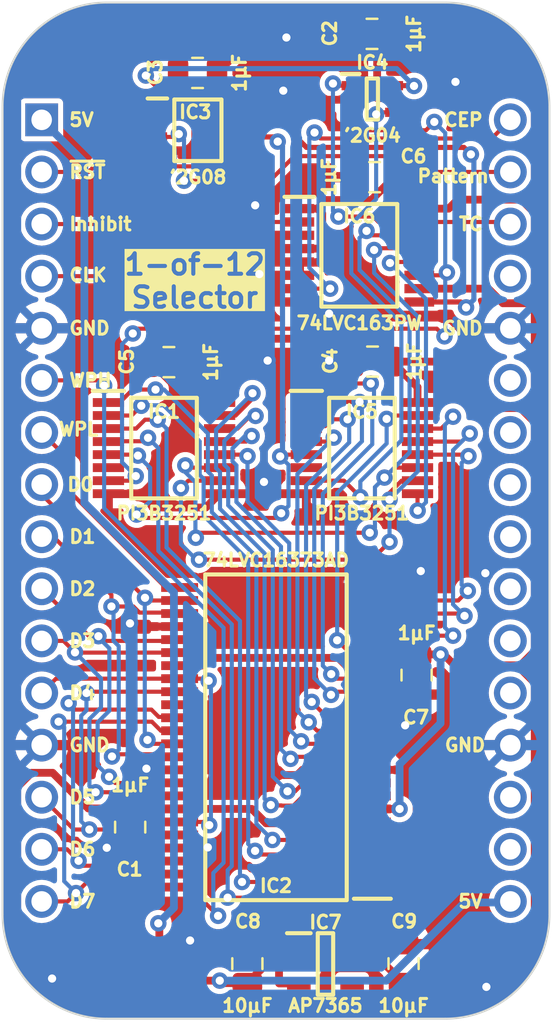
<source format=kicad_pcb>
(kicad_pcb (version 20221018) (generator pcbnew)
  (layers (0 "F.Cu" signal) (31 "B.Cu" signal) (36 "B.SilkS" user "B.Silkscreen") (37 "F.SilkS" user "F.Silkscreen") (38 "B.Mask" user) (39 "F.Mask" user) (44 "Edge.Cuts" user))
  (net 0 "")
  (net 1 "/5V")
  (net 2 "/GND")
  (net 3 "/3.3V")
  (net 4 "/Selected Pattern")
  (net 5 "/Inhibit Pattern")
  (net 6 "/Y")
  (net 7 "/CEP")
  (net 8 "/CLK")
  (net 9 "/TC")
  (net 10 "/RPS8")
  (net 11 "/RPS9")
  (net 12 "/RPS10")
  (net 13 "/RPS11")
  (net 14 "/RPS12")
  (net 15 "/RPS13")
  (net 16 "/RPS14")
  (net 17 "/~{Reset}")
  (net 18 "/Q0")
  (net 19 "/Q1")
  (net 20 "/Q2")
  (net 21 "/Q3")
  (net 22 "/RPS15")
  (net 23 "/RPS0")
  (net 24 "/RPS1")
  (net 25 "/RPS2")
  (net 26 "/RPS3")
  (net 27 "/RPS4")
  (net 28 "/RPS5")
  (net 29 "/RPS6")
  (net 30 "/RPS7")
  (net 31 "/Write Pattern Low")
  (net 32 "/D0")
  (net 33 "/D1")
  (net 34 "/D2")
  (net 35 "/D3")
  (net 36 "/D4")
  (net 37 "/D5")
  (net 38 "/D6")
  (net 39 "/D7")
  (net 40 "/Write Pattern High")
  (net 41 "/~{TC}")
  (net 53 "/~{PE}")
  (net 56 "/~{Q3}")
  (footprint "SamacSys_Parts:C_0805" (layer "F.Cu") (at 106.553 99.568)
    (fp_text reference "C9")
    (fp_text value "10µF")
  )
  (footprint "SamacSys_Parts:DIP-32_Board_W22.86mm" (layer "F.Cu") (at 88.9 58.42)
    (fp_text reference "J1" hide)
    (fp_text value "Conn_02x16_Counter_Clockwise" hide)
  )
  (footprint "SamacSys_Parts:C_0805" (layer "F.Cu") (at 96.52 56.134 90)
    (fp_text reference "C3")
    (fp_text value "1μF")
  )
  (footprint "SamacSys_Parts:C_0805" (layer "F.Cu") (at 105.0544 70.2056 90)
    (fp_text reference "C4")
    (fp_text value "1μF")
  )
  (footprint "SamacSys_Parts:C_0805" (layer "F.Cu") (at 105.156 61.214 90)
    (fp_text reference "C6")
    (fp_text value "1μF")
  )
  (footprint "SamacSys_Parts:C_0805" (layer "F.Cu") (at 95.123 70.231 90)
    (fp_text reference "C5")
    (fp_text value "1μF")
  )
  (footprint "SamacSys_Parts:SOP65P400X110-8N" (layer "F.Cu") (at 96.52 58.928)
    (fp_text reference "IC3")
    (fp_text value "74LVC2G08DP-Q100H" hide)
  )
  (footprint "SamacSys_Parts:SOP65P640X110-16N" (layer "F.Cu") (at 104.394 65.024)
    (fp_text reference "IC6")
    (fp_text value "74LVC163PW,118" hide)
  )
  (footprint "SamacSys_Parts:SOP64P599X175-16N" (layer "F.Cu") (at 94.869 74.422)
    (fp_text reference "IC1")
    (fp_text value "PI3B3251QE" hide)
  )
  (footprint "SamacSys_Parts:C_0805" (layer "F.Cu") (at 93.218 92.882 180)
    (fp_text reference "C1")
    (fp_text value "1μF")
  )
  (footprint "SamacSys_Parts:C_0805" (layer "F.Cu") (at 98.933 99.568)
    (fp_text reference "C8")
    (fp_text value "10µF")
  )
  (footprint "SamacSys_Parts:SOT95P285X130-5N" (layer "F.Cu") (at 102.743 99.568)
    (fp_text reference "IC7")
    (fp_text value "AP7365-33WG-7" hide)
  )
  (footprint "SamacSys_Parts:C_0805" (layer "F.Cu") (at 105.029 54.229 90)
    (fp_text reference "C2")
    (fp_text value "1μF")
  )
  (footprint "SamacSys_Parts:C_0805" (layer "F.Cu") (at 107.188 85.471 180)
    (fp_text reference "C7")
    (fp_text value "1μF")
  )
  (footprint "SamacSys_Parts:SOP64P599X175-16N" (layer "F.Cu") (at 104.521 74.422)
    (fp_text reference "IC5")
    (fp_text value "PI3B3251QE" hide)
  )
  (footprint "SamacSys_Parts:SOP64P1025X280-48N" (layer "F.Cu") (at 100.33 88.519 180)
    (fp_text reference "IC2")
    (fp_text value "74LVC16373ADL,118" hide)
  )
  (footprint "SamacSys_Parts:SOP65P210X110-6N" (layer "F.Cu") (at 105.029 57.404)
    (fp_text reference "IC4")
    (fp_text value "74LVC2G04GW-Q100H" hide)
  )
  (gr_line (start 113.665 97.155) (end 113.665 57.785) (stroke (width 0.1)) (layer "Edge.Cuts"))
  (gr_arc (start 92.075 102.235) (mid 88.482898 100.747102) (end 86.995 97.155) (stroke (width 0.1)) (layer "Edge.Cuts"))
  (gr_line (start 86.995 57.785) (end 86.995 97.155) (stroke (width 0.1)) (layer "Edge.Cuts"))
  (gr_line (start 108.585 102.235) (end 92.075 102.235) (stroke (width 0.1)) (layer "Edge.Cuts"))
  (gr_line (start 108.585 52.705) (end 92.075 52.705) (stroke (width 0.1)) (layer "Edge.Cuts"))
  (gr_arc (start 113.665 97.155) (mid 112.177102 100.747102) (end 108.585 102.235) (stroke (width 0.1)) (layer "Edge.Cuts"))
  (gr_arc (start 86.995 57.785) (mid 88.482898 54.192898) (end 92.075 52.705) (stroke (width 0.1)) (layer "Edge.Cuts"))
  (gr_arc (start 108.585 52.705) (mid 112.177102 54.192898) (end 113.665 57.785) (stroke (width 0.1)) (layer "Edge.Cuts"))
  (gr_text "5V" (at 90.17 58.42) (layer "F.SilkS") (effects (font (size 0.635 0.635)) (justify left)))
  (gr_text "5V" (at 110.49 96.52) (layer "F.SilkS") (effects (font (size 0.635 0.635)) (justify right)))
  (gr_text "Inhibit" (at 90.17 63.5) (layer "F.SilkS") (effects (font (size 0.635 0.635)) (justify left)))
  (gr_text "D4" (at 90.17 86.36) (layer "F.SilkS") (effects (font (size 0.635 0.635)) (justify left)))
  (gr_text "Pattern" (at 110.7948 61.1632) (layer "F.SilkS") (effects (font (size 0.635 0.635)) (justify right)))
  (gr_text "D3" (at 90.17 83.82) (layer "F.SilkS") (effects (font (size 0.635 0.635)) (justify left)))
  (gr_text "WPH" (at 90.17 71.12) (layer "F.SilkS") (effects (font (size 0.635 0.635)) (justify left)))
  (gr_text "GND" (at 110.49 68.58) (layer "F.SilkS") (effects (font (size 0.635 0.635)) (justify right)))
  (gr_text "GND" (at 90.17 88.9) (layer "F.SilkS") (effects (font (size 0.635 0.635)) (justify left)))
  (gr_text "D6" (at 90.17 93.98) (layer "F.SilkS") (effects (font (size 0.635 0.635)) (justify left)))
  (gr_text "D0" (at 90.0684 76.2) (layer "F.SilkS") (effects (font (size 0.635 0.635)) (justify left)))
  (gr_text "TC" (at 110.49 63.5) (layer "F.SilkS") (effects (font (size 0.635 0.635)) (justify right)))
  (gr_text "~{RST}" (at 90.17 60.96) (layer "F.SilkS") (effects (font (size 0.635 0.635)) (justify left)))
  (gr_text "D5" (at 90.17 91.44) (layer "F.SilkS") (effects (font (size 0.635 0.635)) (justify left)))
  (gr_text "CLK" (at 90.17 65.9892) (layer "F.SilkS") (effects (font (size 0.635 0.635)) (justify left)))
  (gr_text "D7" (at 90.17 96.52) (layer "F.SilkS") (effects (font (size 0.635 0.635)) (justify left)))
  (gr_text "WPL" (at 89.662 73.5076) (layer "F.SilkS") (effects (font (size 0.635 0.635)) (justify left)))
  (gr_text "1-of-12\nSelector" (at 96.3676 67.6656) (layer "F.SilkS" knockout) (effects (font (size 1 1) (thickness 0.2) bold) (justify bottom)))
  (gr_text "CEP" (at 110.49 58.42) (layer "F.SilkS") (effects (font (size 0.635 0.635)) (justify right)))
  (gr_text "GND" (at 110.617 88.9) (layer "F.SilkS") (effects (font (size 0.635 0.635)) (justify right)))
  (gr_text "D1" (at 90.17 78.74) (layer "F.SilkS") (effects (font (size 0.635 0.635)) (justify left)))
  (gr_text "D2" (at 90.17 81.28) (layer "F.SilkS") (effects (font (size 0.635 0.635)) (justify left)))
  (gr_text "GND" (at 90.17 68.58) (layer "F.SilkS") (effects (font (size 0.635 0.635)) (justify left)))
  (segment (start 97.5868 100.3808) (end 95.8088 100.3808) (width 0.38) (layer "F.Cu") (net 1))
  (segment (start 101.443 98.618) (end 100.488 98.618) (width 0.38) (layer "F.Cu") (net 1))
  (segment (start 100.488 100.518) (end 101.443 100.518) (width 0.38) (layer "F.Cu") (net 1))
  (segment (start 98.933 100.502) (end 97.708 100.502) (width 0.38) (layer "F.Cu") (net 1))
  (segment (start 100.478 99.441) (end 99.994 99.441) (width 0.38) (layer "F.Cu") (net 1))
  (segment (start 95.8088 100.3808) (end 94.6404 99.2124) (width 0.38) (layer "F.Cu") (net 1))
  (segment (start 99.994 99.441) (end 98.933 100.502) (width 0.38) (layer "F.Cu") (net 1))
  (segment (start 100.478 99.441) (end 100.478 100.508) (width 0.38) (layer "F.Cu") (net 1))
  (segment (start 94.6404 97.6376) (end 94.5896 97.5868) (width 0.38) (layer "F.Cu") (net 1))
  (segment (start 100.478 98.628) (end 100.478 99.441) (width 0.38) (layer "F.Cu") (net 1))
  (segment (start 100.488 98.618) (end 100.478 98.628) (width 0.38) (layer "F.Cu") (net 1))
  (segment (start 97.708 100.502) (end 97.5868 100.3808) (width 0.38) (layer "F.Cu") (net 1))
  (segment (start 94.6404 99.2124) (end 94.6404 97.6376) (width 0.38) (layer "F.Cu") (net 1))
  (segment (start 100.478 100.508) (end 100.488 100.518) (width 0.38) (layer "F.Cu") (net 1))
  (via (at 94.5896 97.5868) (size 0.8) (drill 0.4) (layers "F.Cu" "B.Cu") (net 1))
  (via (at 97.5868 100.3808) (size 0.8) (drill 0.4) (layers "F.Cu" "B.Cu") (net 1))
  (segment (start 94.5896 97.5868) (end 95.3516 96.8248) (width 0.38) (layer "B.Cu") (net 1))
  (segment (start 95.3516 81.452686) (end 90.9828 77.083886) (width 0.38) (layer "B.Cu") (net 1))
  (segment (start 97.5868 100.3808) (end 105.7148 100.3808) (width 0.38) (layer "B.Cu") (net 1))
  (segment (start 90.9828 77.083886) (end 90.9828 60.5028) (width 0.38) (layer "B.Cu") (net 1))
  (segment (start 95.3516 96.8248) (end 95.3516 81.452686) (width 0.38) (layer "B.Cu") (net 1))
  (segment (start 90.9828 60.5028) (end 88.9 58.42) (width 0.38) (layer "B.Cu") (net 1))
  (segment (start 105.7148 100.3808) (end 109.5248 96.5708) (width 0.38) (layer "B.Cu") (net 1))
  (segment (start 109.5248 96.5708) (end 111.76 96.5708) (width 0.38) (layer "B.Cu") (net 1))
  (segment (start 94.463599 77.3176) (end 93.789999 76.644) (width 0.38) (layer "F.Cu") (net 2))
  (segment (start 104.0884 70.2056) (end 102.9716 70.2056) (width 0.38) (layer "F.Cu") (net 2))
  (segment (start 101.469 67.299) (end 100.389 67.299) (width 0.38) (layer "F.Cu") (net 2))
  (segment (start 101.809 77.1202) (end 102.4128 77.724) (width 0.38) (layer "F.Cu") (net 2))
  (segment (start 106.9462 81.217) (end 107.3912 80.772) (width 0.38) (layer "F.Cu") (net 2))
  (segment (start 92.1308 93.848) (end 92.075 93.9038) (width 0.38) (layer "F.Cu") (net 2))
  (segment (start 103.545383 82.931) (end 97.555 82.931) (width 0.38) (layer "F.Cu") (net 2))
  (segment (start 107.188 93.039) (end 106.31 93.917) (width 0.38) (layer "F.Cu") (net 2))
  (segment (start 101.617727 90.107) (end 105.03 90.107) (width 0.38) (layer "F.Cu") (net 2))
  (segment (start 94.996 75.437999) (end 94.996 74.295) (width 0.38) (layer "F.Cu") (net 2))
  (segment (start 100.7105 90.359769) (end 101.364958 90.359769) (width 0.38) (layer "F.Cu") (net 2))
  (segment (start 98.999693 94.781573) (end 97.900042 94.781573) (width 0.38) (layer "F.Cu") (net 2))
  (segment (start 95.63 93.917) (end 96.973463 93.917) (width 0.38) (layer "F.Cu") (net 2))
  (segment (start 101.443 99.568) (end 102.398 99.568) (width 0.38) (layer "F.Cu") (net 2))
  (segment (start 95.63 83.121) (end 93.364008 83.121) (width 0.38) (layer "F.Cu") (net 2))
  (segment (start 105.03 83.121) (end 104.110717 83.121) (width 0.38) (layer "F.Cu") (net 2))
  (segment (start 104.063 54.229) (end 102.235 56.057) (width 0.38) (layer "F.Cu") (net 2))
  (segment (start 99.169582 76.644) (end 99.743191 76.070391) (width 0.38) (layer "F.Cu") (net 2))
  (segment (start 102.692612 94.919388) (end 99.137508 94.919388) (width 0.38) (layer "F.Cu") (net 2))
  (segment (start 102.351 67.299) (end 102.9208 67.8688) (width 0.38) (layer "F.Cu") (net 2))
  (segment (start 91.8464 67.31) (end 90.5764 68.58) (width 0.38) (layer "F.Cu") (net 2))
  (segment (start 99.822 62.5856) (end 99.313998 62.5856) (width 0.38) (layer "F.Cu") (net 2))
  (segment (start 101.1936 61.214) (end 99.822 62.5856) (width 0.38) (layer "F.Cu") (net 2))
  (segment (start 106.31 93.917) (end 105.03 93.917) (width 0.38) (layer "F.Cu") (net 2))
  (segment (start 102.966 67.914) (end 102.9208 67.8688) (width 0.38) (layer "F.Cu") (net 2))
  (segment (start 101.364958 90.359769) (end 101.617727 90.107) (width 0.38) (layer "F.Cu") (net 2))
  (segment (start 106.6292 89.7878) (end 106.6292 87.9348) (width 0.38) (layer "F.Cu") (net 2))
  (segment (start 94.996 74.295) (end 95.885 73.406) (width 0.38) (layer "F.Cu") (net 2))
  (segment (start 100.364 65.999) (end 101.469 65.999) (width 0.38) (layer "F.Cu") (net 2))
  (segment (start 106.6292 87.4512) (end 106.6292 87.9348) (width 0.38) (layer "F.Cu") (net 2))
  (segment (start 101.809 76.644) (end 100.3168 76.644) (width 0.38) (layer "F.Cu") (net 2))
  (segment (start 98.933 98.602) (end 96.316 98.602) (width 0.38) (layer "F.Cu") (net 2))
  (segment (start 107.3912 79.248) (end 107.3912 80.4164) (width 0.38) (layer "F.Cu") (net 2))
  (segment (start 105.03 90.107) (end 106.31 90.107) (width 0.38) (layer "F.Cu") (net 2))
  (segment (start 100.6856 54.5592) (end 100.838 54.4068) (width 0.38) (layer "F.Cu") (net 2))
  (segment (start 103.75 81.217) (end 105.03 81.217) (width 0.38) (layer "F.Cu") (net 2))
  (segment (start 90.5764 68.58) (end 88.9 68.58) (width 0.38) (layer "F.Cu") (net 2))
  (segment (start 97.365 83.121) (end 95.63 83.121) (width 0.38) (layer "F.Cu") (net 2))
  (segment (start 96.393 56.973) (end 95.554 56.134) (width 0.38) (layer "F.Cu") (net 2))
  (segment (start 100.3168 76.644) (end 99.743191 76.070391) (width 0.38) (layer "F.Cu") (net 2))
  (segment (start 102.408 98.09) (end 102.246 97.928) (width 0.38) (layer "F.Cu") (net 2))
  (segment (start 101.469 67.299) (end 102.351 67.299) (width 0.38) (layer "F.Cu") (net 2))
  (segment (start 106.32 95.644) (end 106.143 95.821) (width 0.38) (layer "F.Cu") (net 2))
  (segment (start 92.157 76.644) (end 93.789999 76.644) (width 0.38) (layer "F.Cu") (net 2))
  (segment (start 106.109 86.931) (end 106.603 86.437) (width 0.38) (layer "F.Cu") (net 2))
  (segment (start 98.1456 67.31) (end 91.8464 67.31) (width 0.38) (layer "F.Cu") (net 2))
  (segment (start 95.63 90.107) (end 94.068815 90.107) (width 0.38) (layer "F.Cu") (net 2))
  (segment (start 100.389 67.299) (end 100.354 67.264) (width 0.38) (layer "F.Cu") (net 2))
  (segment (start 97.581 76.644) (end 96.9074 77.3176) (width 0.38) (layer "F.Cu") (net 2))
  (segment (start 100.354 67.264) (end 100.354 66.009) (width 0.38) (layer "F.Cu") (net 2))
  (segment (start 99.5172 65.9384) (end 98.1456 67.31) (width 0.38) (layer "F.Cu") (net 2))
  (segment (start 96.393 59.817) (end 96.393 56.973) (width 0.38) (layer "F.Cu") (net 2))
  (segment (start 96.889 86.931) (end 96.92 86.962) (width 0.38) (layer "F.Cu") (net 2))
  (segment (start 106.553 98.602) (end 105.879 97.928) (width 0.38) (layer "F.Cu") (net 2))
  (segment (start 107.188 90.985) (end 107.188 93.039) (width 0.38) (layer "F.Cu") (net 2))
  (segment (start 106.31 90.107) (end 107.188 90.985) (width 0.38) (layer "F.Cu") (net 2))
  (segment (start 106.31 93.917) (end 106.32 93.927) (width 0.38) (layer "F.Cu") (net 2))
  (segment (start 107.3912 80.4164) (end 110.4392 80.4164) (width 0.38) (layer "F.Cu") (net 2))
  (segment (start 105.03 93.917) (end 103.695 93.917) (width 0.38) (layer "F.Cu") (net 2))
  (segment (start 93.218 93.848) (end 92.1308 93.848) (width 0.38) (layer "F.Cu") (net 2))
  (segment (start 96.307 59.903) (end 96.393 59.817) (width 0.38) (layer "F.Cu") (net 2))
  (segment (start 106.143 95.821) (end 105.03 95.821) (width 0.38) (layer "F.Cu") (net 2))
  (segment (start 99.137508 94.919388) (end 98.999693 94.781573) (width 0.38) (layer "F.Cu") (net 2))
  (segment (start 104.063 54.229) (end 101.0158 54.229) (width 0.38) (layer "F.Cu") (net 2))
  (segment (start 110.4392 80.4164) (end 110.5408 80.518) (width 0.38) (layer "F.Cu") (net 2))
  (segment (start 104.110717 83.121) (end 103.735383 83.121) (width 0.38) (layer "F.Cu") (net 2))
  (segment (start 102.9208 70.1548) (end 99.922331 70.1548) (width 0.38) (layer "F.Cu") (net 2))
  (segment (start 100.6856 56.9976) (end 100.6856 54.5592) (width 0.38) (layer "F.Cu") (net 2))
  (segment (start 97.900042 94.781573) (end 97.004466 93.885997) (width 0.38) (layer "F.Cu") (net 2))
  (segment (start 96.9074 77.3176) (end 94.463599 77.3176) (width 0.38) (layer "F.Cu") (net 2))
  (segment (start 100.457731 90.107) (end 100.7105 90.359769) (width 0.38) (layer "F.Cu") (net 2))
  (segment (start 95.63 90.107) (end 100.457731 90.107) (width 0.38) (layer "F.Cu") (net 2))
  (segment (start 95.63 93.917) (end 93.287 93.917) (width 0.38) (layer "F.Cu") (net 2))
  (segment (start 102.235 56.057) (end 102.235 57.15) (width 0.38) (layer "F.Cu") (net 2))
  (segment (start 106.32 93.927) (end 106.32 95.644) (width 0.38) (layer "F.Cu") (net 2))
  (segment (start 102.4128 77.724) (end 105.8672 77.724) (width 0.38) (layer "F.Cu") (net 2))
  (segment (start 96.6724 90.107) (end 95.63 90.107) (width 0.38) (layer "F.Cu") (net 2))
  (segment (start 101.809 76.644) (end 101.809 77.1202) (width 0.38) (layer "F.Cu") (net 2))
  (segment (start 94.068815 90.107) (end 94.009815 90.048) (width 0.38) (layer "F.Cu") (net 2))
  (segment (start 96.973463 93.917) (end 97.004466 93.885997) (width 0.38) (layer "F.Cu") (net 2))
  (segment (start 93.364008 83.121) (end 93.209305 82.966297) (width 0.38) (layer "F.Cu") (net 2))
  (segment (start 108.6048 67.914) (end 102.966 67.914) (width 0.38) (layer "F.Cu") (net 2))
  (segment (start 100.354 64.084) (end 100.354 65.314) (width 0.38) (layer "F.Cu") (net 2))
  (segment (start 100.389 65.349) (end 101.469 65.349) (width 0.38) (layer "F.Cu") (net 2))
  (segment (start 103.545383 81.421617) (end 103.75 81.217) (width 0.38) (layer "F.Cu") (net 2))
  (segment (start 111.76 68.58) (end 109.2708 68.58) (width 0.38) (layer "F.Cu") (net 2))
  (segment (start 102.398 99.568) (end 102.408 99.558) (width 0.38) (layer "F.Cu") (net 2))
  (segment (start 101.469 65.349) (end 101.469 65.999) (width 0.38) (layer "F.Cu") (net 2))
  (segment (start 99.5778 65.999) (end 101.469 65.999) (width 0.38) (layer "F.Cu") (net 2))
  (segment (start 103.695 93.917) (end 102.692612 94.919388) (width 0.38) (layer "F.Cu") (net 2))
  (segment (start 102.235 57.15) (end 102.524 57.439) (width 0.38) (layer "F.Cu") (net 2))
  (segment (start 96.92 86.962) (end 96.92 89.8594) (width 0.38) (layer "F.Cu") (net 2))
  (segment (start 97.581 76.644) (end 99.169582 76.644) (width 0.38) (layer "F.Cu") (net 2))
  (segment (start 105.03 81.217) (end 106.9462 81.217) (width 0.38) (layer "F.Cu") (net 2))
  (segment (start 102.9716 70.2056) (end 102.9208 70.1548) (width 0.38) (layer "F.Cu") (net 2))
  (segment (start 104.110717 83.121) (end 104.110717 83.111771) (width 0.38) (layer "F.Cu") (net 2))
  (segment (start 106.603 86.437) (end 107.188 86.437) (width 0.38) (layer "F.Cu") (net 2))
  (segment (start 95.63 86.931) (end 96.889 86.931) (width 0.38) (layer "F.Cu") (net 2))
  (segment (start 102.246 97.928) (end 99.607 97.928) (width 0.38) (layer "F.Cu") (net 2))
  (segment (start 107.3912 80.772) (end 107.3912 80.4164) (width 0.38) (layer "F.Cu") (net 2))
  (segment (start 96.316 98.602) (end 96.139 98.425) (width 0.38) (layer "F.Cu") (net 2))
  (segment (start 105.03 86.931) (end 106.109 86.931) (width 0.38) (layer "F.Cu") (net 2))
  (segment (start 94.545 59.903) (end 96.307 59.903) (width 0.38) (layer "F.Cu") (net 2))
  (segment (start 102.408 99.558) (end 102.408 98.09) (width 0.38) (layer "F.Cu") (net 2))
  (segment (start 101.434 64.084) (end 100.354 64.084) (width 0.38) (layer "F.Cu") (net 2))
  (segment (start 97.555 82.931) (end 97.365 83.121) (width 0.38) (layer "F.Cu") (net 2))
  (segment (start 96.92 89.8594) (end 96.6724 90.107) (width 0.38) (layer "F.Cu") (net 2))
  (segment (start 95.885 73.406) (end 95.885 71.882) (width 0.38) (layer "F.Cu") (net 2))
  (segment (start 100.354 65.314) (end 100.389 65.349) (width 0.38) (layer "F.Cu") (net 2))
  (segment (start 105.8672 77.724) (end 107.3912 79.248) (width 0.38) (layer "F.Cu") (net 2))
  (segment (start 99.5172 65.9384) (end 99.5778 65.999) (width 0.38) (layer "F.Cu") (net 2))
  (segment (start 100.354 66.009) (end 100.364 65.999) (width 0.38) (layer "F.Cu") (net 2))
  (segment (start 95.885 71.882) (end 94.234 70.231) (width 0.38) (layer "F.Cu") (net 2))
  (segment (start 104.19 61.214) (end 101.1936 61.214) (width 0.38) (layer "F.Cu") (net 2))
  (segment (start 102.524 57.439) (end 103.932 57.439) (width 0.38) (layer "F.Cu") (net 2))
  (segment (start 106.109 86.931) (end 106.6292 87.4512) (width 0.38) (layer "F.Cu") (net 2))
  (segment (start 103.735383 83.121) (end 103.545383 82.931) (width 0.38) (layer "F.Cu") (net 2))
  (segment (start 102.57 97.928) (end 102.408 98.09) (width 0.38) (layer "F.Cu") (net 2))
  (segment (start 103.545383 82.931) (end 103.545383 81.421617) (width 0.38) (layer "F.Cu") (net 2))
  (segment (start 93.789999 76.644) (end 94.996 75.437999) (width 0.38) (layer "F.Cu") (net 2))
  (segment (start 105.879 97.928) (end 102.57 97.928) (width 0.38) (layer "F.Cu") (net 2))
  (segment (start 99.607 97.928) (end 98.933 98.602) (width 0.38) (layer "F.Cu") (net 2))
  (segment (start 101.0158 54.229) (end 100.838 54.4068) (width 0.38) (layer "F.Cu") (net 2))
  (segment (start 106.31 90.107) (end 106.6292 89.7878) (width 0.38) (layer "F.Cu") (net 2))
  (segment (start 109.2708 68.58) (end 108.6048 67.914) (width 0.38) (layer "F.Cu") (net 2))
  (via (at 94.009815 90.048) (size 0.8) (drill 0.4) (layers "F.Cu" "B.Cu") (net 2))
  (via (at 102.9208 67.8688) (size 0.8) (drill 0.4) (layers "F.Cu" "B.Cu") (net 2))
  (via (at 99.743191 76.070391) (size 0.8) (drill 0.4) (layers "F.Cu" "B.Cu") (net 2))
  (via (at 99.922331 70.1548) (size 0.8) (drill 0.4) (layers "F.Cu" "B.Cu") (net 2))
  (via (at 106.6292 87.9348) (size 0.8) (drill 0.4) (layers "F.Cu" "B.Cu") (net 2))
  (via (at 100.6856 56.9976) (size 0.8) (drill 0.4) (layers "F.Cu" "B.Cu") (net 2))
  (via (at 110.5916 100.6856) (size 0.8) (drill 0.4) (layers "F.Cu" "B.Cu") (net 2))
  (via (at 107.3912 80.4164) (size 0.8) (drill 0.4) (layers "F.Cu" "B.Cu") (net 2))
  (via (at 99.5172 65.9384) (size 0.8) (drill 0.4) (layers "F.Cu" "B.Cu") (net 2))
  (via (at 96.139 98.425) (size 0.8) (drill 0.4) (layers "F.Cu" "B.Cu") (net 2))
  (via (at 97.004466 93.885997) (size 0.8) (drill 0.4) (layers "F.Cu" "B.Cu") (net 2))
  (via (at 89.408 100.2792) (size 0.8) (drill 0.4) (layers "F.Cu" "B.Cu") (net 2))
  (via (at 110.5408 80.518) (size 0.8) (drill 0.4) (layers "F.Cu" "B.Cu") (net 2))
  (via (at 102.9208 70.1548) (size 0.8) (drill 0.4) (layers "F.Cu" "B.Cu") (net 2))
  (via (at 109.08339 56.568551) (size 0.8) (drill 0.4) (layers "F.Cu" "B.Cu") (net 2))
  (via (at 93.209305 82.966297) (size 0.8) (drill 0.4) (layers "F.Cu" "B.Cu") (net 2))
  (via (at 100.838 54.4068) (size 0.8) (drill 0.4) (layers "F.Cu" "B.Cu") (net 2))
  (via (at 92.075 93.9038) (size 0.8) (drill 0.4) (layers "F.Cu" "B.Cu") (net 2))
  (via (at 99.313998 62.5856) (size 0.8) (drill 0.4) (layers "F.Cu" "B.Cu") (net 2))
  (segment (start 97.004466 93.885997) (end 96.139 94.751463) (width 0.38) (layer "B.Cu") (net 2))
  (segment (start 94.009815 91.968985) (end 94.009815 90.048) (width 0.38) (layer "B.Cu") (net 2))
  (segment (start 99.2632 62.534802) (end 99.313998 62.5856) (width 0.38) (layer "B.Cu") (net 2))
  (segment (start 87.71 57.23) (end 87.71 67.39) (width 0.38) (layer "B.Cu") (net 2))
  (segment (start 102.235 98.425) (end 96.139 98.425) (width 0.38) (layer "B.Cu") (net 2))
  (segment (start 93.19 89.228185) (end 93.19 82.985602) (width 0.38) (layer "B.Cu") (net 2))
  (segment (start 112.95 79.232915) (end 112.95 79.1464) (width 0.38) (layer "B.Cu") (net 2))
  (segment (start 99.2632 58.42) (end 99.2632 62.534802) (width 0.38) (layer "B.Cu") (net 2))
  (segment (start 112.95 87.71) (end 111.76 88.9) (width 0.38) (layer "B.Cu") (net 2))
  (segment (start 96.139 94.751463) (end 96.139 98.425) (width 0.38) (layer "B.Cu") (net 2))
  (segment (start 99.5172 65.9384) (end 99.568 65.8876) (width 0.38) (layer "B.Cu") (net 2))
  (segment (start 111.76 88.9) (end 106.1974 94.4626) (width 0.38) (layer "B.Cu") (net 2))
  (segment (start 112.95 81.026) (end 112.95 87.71) (width 0.38) (layer "B.Cu") (net 2))
  (segment (start 87.71 90.09) (end 87.71 97.012915) (width 0.38) (layer "B.Cu") (net 2))
  (segment (start 99.568 65.8876) (end 99.568 62.839602) (width 0.38) (layer "B.Cu") (net 2))
  (segment (start 88.9 88.9) (end 87.71 90.09) (width 0.38) (layer "B.Cu") (net 2))
  (segment (start 89.122085 98.425) (end 96.139 98.425) (width 0.38) (layer "B.Cu") (net 2))
  (segment (start 87.71 87.71) (end 88.9 88.9) (width 0.38) (layer "B.Cu") (net 2))
  (segment (start 99.743191 74.450009) (end 99.743191 76.070391) (width 0.38) (layer "B.Cu") (net 2))
  (segment (start 111.76 68.58) (end 112.95 69.77) (width 0.38) (layer "B.Cu") (net 2))
  (segment (start 112.252915 80.09) (end 112.95 80.787085) (width 0.38) (layer "B.Cu") (net 2))
  (segment (start 100.6856 56.9976) (end 99.2632 58.42) (width 0.38) (layer "B.Cu") (net 2))
  (segment (start 88.9 68.58) (end 87.71 69.77) (width 0.38) (layer "B.Cu") (net 2))
  (segment (start 112.092915 80.09) (end 112.252915 80.09) (width 0.38) (layer "B.Cu") (net 2))
  (segment (start 93.19 82.985602) (end 93.209305 82.966297) (width 0.38) (layer "B.Cu") (net 2))
  (segment (start 92.075 93.9038) (end 94.009815 91.968985) (width 0.38) (layer "B.Cu") (net 2))
  (segment (start 100.132331 74.060869) (end 99.743191 74.450009) (width 0.38) (layer "B.Cu") (net 2))
  (segment (start 110.9688 80.09) (end 110.5408 80.518) (width 0.38) (layer "B.Cu") (net 2))
  (segment (start 112.95 80.787085) (end 112.95 81.026) (width 0.38) (layer "B.Cu") (net 2))
  (segment (start 111.76 68.58) (end 112.95 67.39) (width 0.38) (layer "B.Cu") (net 2))
  (segment (start 100.838 54.4068) (end 90.5332 54.4068) (width 0.38) (layer "B.Cu") (net 2))
  (segment (start 99.922331 70.1548) (end 100.132331 70.3648) (width 0.38) (layer "B.Cu") (net 2))
  (segment (start 106.1974 94.4626) (end 102.235 98.425) (width 0.38) (layer "B.Cu") (net 2))
  (segment (start 99.568 62.839602) (end 99.313998 62.5856) (width 0.38) (layer "B.Cu") (net 2))
  (segment (start 100.132331 70.3648) (end 100.132331 74.060869) (width 0.38) (layer "B.Cu") (net 2))
  (segment (start 104.6988 89.8652) (end 104.6988 92.964) (width 0.38) (layer "B.Cu") (net 2))
  (segment (start 104.6988 92.964) (end 106.1974 94.4626) (width 0.38) (layer "B.Cu") (net 2))
  (segment (start 106.6292 87.9348) (end 106.6292 81.1784) (width 0.38) (layer "B.Cu") (net 2))
  (segment (start 87.71 67.39) (end 88.9 68.58) (width 0.38) (layer "B.Cu") (net 2))
  (segment (start 87.71 97.012915) (end 89.122085 98.425) (width 0.38) (layer "B.Cu") (net 2))
  (segment (start 112.95 67.39) (end 112.95 57.7304) (width 0.38) (layer "B.Cu") (net 2))
  (segment (start 106.6292 87.9348) (end 104.6988 89.8652) (width 0.38) (layer "B.Cu") (net 2))
  (segment (start 112.95 69.77) (end 112.95 79.1464) (width 0.38) (layer "B.Cu") (net 2))
  (segment (start 94.009815 90.048) (end 93.19 89.228185) (width 0.38) (layer "B.Cu") (net 2))
  (segment (start 87.71 69.77) (end 87.71 87.71) (width 0.38) (layer "B.Cu") (net 2))
  (segment (start 102.9208 70.1548) (end 102.9208 67.8688) (width 0.38) (layer "B.Cu") (net 2))
  (segment (start 106.6292 81.1784) (end 107.3912 80.4164) (width 0.38) (layer "B.Cu") (net 2))
  (segment (start 112.092915 80.09) (end 110.9688 80.09) (width 0.38) (layer "B.Cu") (net 2))
  (segment (start 90.5332 54.4068) (end 87.71 57.23) (width 0.38) (layer "B.Cu") (net 2))
  (segment (start 112.092915 80.09) (end 112.95 79.232915) (width 0.38) (layer "B.Cu") (net 2))
  (segment (start 109.6264 54.4068) (end 100.838 54.4068) (width 0.38) (layer "B.Cu") (net 2))
  (segment (start 112.95 57.7304) (end 109.6264 54.4068) (width 0.38) (layer "B.Cu") (net 2))
  (segment (start 112.95 97.108) (end 112.95 85.867085) (width 0.38) (layer "F.Cu") (net 3))
  (segment (start 104.8734 69.0906) (end 97.1974 69.0906) (width 0.38) (layer "F.Cu") (net 3))
  (segment (start 98.495 57.953) (end 98.495 57.175) (width 0.38) (layer "F.Cu") (net 3))
  (segment (start 101.918 92.011) (end 105.03 92.011) (width 0.38) (layer "F.Cu") (net 3))
  (segment (start 99.847771 92.71) (end 101.219 92.71) (width 0.38) (layer "F.Cu") (net 3))
  (segment (start 102.351 62.749) (end 102.584 62.982) (width 0.38) (layer "F.Cu") (net 3))
  (segment (start 108.5088 84.4804) (end 108.3564 84.4804) (width 0.38) (layer "F.Cu") (net 3))
  (segment (start 101.219 92.71) (end 101.918 92.011) (width 0.38) (layer "F.Cu") (net 3))
  (segment (start 102.351 62.749) (end 101.469 62.749) (width 0.38) (layer "F.Cu") (net 3))
  (segment (start 110.7732 72.47) (end 112.2388 72.47) (width 0.38) (layer "F.Cu") (net 3))
  (segment (start 93.177933 91.988067) (end 91.175267 91.988067) (width 0.38) (layer "F.Cu") (net 3))
  (segment (start 105.963 54.229) (end 104.848 53.114) (width 0.38) (layer "F.Cu") (net 3))
  (segment (start 112.092915 85.01) (end 109.0384 85.01) (width 0.38) (layer "F.Cu") (net 3))
  (segment (start 112.2972 62.31) (end 112.95 61.6572) (width 0.38) (layer "F.Cu") (net 3))
  (segment (start 107.319 62.749) (end 108.7518 62.749) (width 0.38) (layer "F.Cu") (net 3))
  (segment (start 97.1974 69.0906) (end 96.057 70.231) (width 0.38) (layer "F.Cu") (net 3))
  (segment (start 106.09 61.52) (end 107.319 62.749) (width 0.38) (layer "F.Cu") (net 3))
  (segment (start 105.963 54.229) (end 105.2635 54.9285) (width 0.38) (layer "F.Cu") (net 3))
  (segment (start 105.9884 70.2056) (end 107.233 71.4502) (width 0.38) (layer "F.Cu") (net 3))
  (segment (start 112.95 62.9628) (end 112.95 67.3608) (width 0.38) (layer "F.Cu") (net 3))
  (segment (start 105.55878 57.376) (end 106.063 57.376) (width 0.38) (layer "F.Cu") (net 3))
  (segment (start 103.75 85.027) (end 103.372347 84.649347) (width 0.38) (layer "F.Cu") (net 3))
  (segment (start 97.066044 84.649347) (end 96.688391 85.027) (width 0.38) (layer "F.Cu") (net 3))
  (segment (start 102.584 62.982) (end 102.584 64.689) (width 0.38) (layer "F.Cu") (net 3))
  (segment (start 105.9884 70.2056) (end 104.8734 69.0906) (width 0.38) (layer "F.Cu") (net 3))
  (segment (start 104.043 98.618) (end 104.669 98.618) (width 0.38) (layer "F.Cu") (net 3))
  (segment (start 107.319 66.649) (end 110.686085 66.649) (width 0.38) (layer "F.Cu") (net 3))
  (segment (start 102.574 64.699) (end 101.469 64.699) (width 0.38) (layer "F.Cu") (net 3))
  (segment (start 87.71 90.947085) (end 87.71 97.2096) (width 0.38) (layer "F.Cu") (net 3))
  (segment (start 108.7518 62.749) (end 109.1908 62.31) (width 0.38) (layer "F.Cu") (net 3))
  (segment (start 103.372347 84.649347) (end 97.066044 84.649347) (width 0.38) (layer "F.Cu") (net 3))
  (segment (start 99.148771 92.011) (end 99.847771 92.71) (width 0.38) (layer "F.Cu") (net 3))
  (segment (start 111.397885 67.3608) (end 112.95 67.3608) (width 0.38) (layer "F.Cu") (net 3))
  (segment (start 105.9884 70.2056) (end 108.5088 70.2056) (width 0.38) (layer "F.Cu") (net 3))
  (segment (start 102.771 62.329) (end 102.351 62.749) (width 0.38) (layer "F.Cu") (net 3))
  (segment (start 106.1334 85.027) (end 105.03 85.027) (width 0.38) (layer "F.Cu") (net 3))
  (segment (start 106.6234 84.537) (end 106.1334 85.027) (width 0.38) (layer "F.Cu") (net 3))
  (segment (start 112.95 61.6572) (end 112.95 57.832) (width 0.38) (layer "F.Cu") (net 3))
  (segment (start 112.95 85.867085) (end 112.092915 85.01) (width 0.38) (layer "F.Cu") (net 3))
  (segment (start 105.663 101.392) (end 106.553 100.502) (width 0.38) (layer "F.Cu") (net 3))
  (segment (start 91.8924 101.392) (end 105.663 101.392) (width 0.38) (layer "F.Cu") (net 3))
  (segment (start 109.347 54.229) (end 105.963 54.229) (width 0.38) (layer "F.Cu") (net 3))
  (segment (start 105.03 92.011) (end 106.356785 92.011) (width 0.38) (layer "F.Cu") (net 3))
  (segment (start 87.71 97.2096) (end 91.8924 101.392) (width 0.38) (layer "F.Cu") (net 3))
  (segment (start 106.09 61.214) (end 104.975 62.329) (width 0.38) (layer "F.Cu") (net 3))
  (segment (start 109.0384 85.01) (end 108.5088 84.4804) (width 0.38) (layer "F.Cu") (net 3))
  (segment (start 112.95 67.3608) (end 112.95 71.7588) (width 0.38) (layer "F.Cu") (net 3))
  (segment (start 112.252915 85.01) (end 112.092915 85.01) (width 0.38) (layer "F.Cu") (net 3))
  (segment (start 112.95 73.167085) (end 112.95 84.312915) (width 0.38) (layer "F.Cu") (net 3))
  (segment (start 107.233 71.4502) (end 107.233 72.2) (width 0.38) (layer "F.Cu") (net 3))
  (segment (start 110.686085 66.649) (end 111.397885 67.3608) (width 0.38) (layer "F.Cu") (net 3))
  (segment (start 105.03 85.027) (end 103.75 85.027) (width 0.38) (layer "F.Cu") (net 3))
  (segment (start 107.2446 84.4804) (end 108.3564 84.4804) (width 0.38) (layer "F.Cu") (net 3))
  (segment (start 95.63 92.011) (end 99.148771 92.011) (width 0.38) (layer "F.Cu") (net 3))
  (segment (start 109.1908 62.31) (end 112.2972 62.31) (width 0.38) (layer "F.Cu") (net 3))
  (segment (start 108.5088 70.2056) (end 110.7732 72.47) (width 0.38) (layer "F.Cu") (net 3))
  (segment (start 100.474 53.114) (end 97.454 56.134) (width 0.38) (layer "F.Cu") (net 3))
  (segment (start 112.95 71.7588) (end 112.2388 72.47) (width 0.38) (layer "F.Cu") (net 3))
  (segment (start 98.495 57.175) (end 97.454 56.134) (width 0.38) (layer "F.Cu") (net 3))
  (segment (start 104.848 53.114) (end 100.474 53.114) (width 0.38) (layer "F.Cu") (net 3))
  (segment (start 104.975 62.329) (end 102.771 62.329) (width 0.38) (layer "F.Cu") (net 3))
  (segment (start 109.556 100.502) (end 112.95 97.108) (width 0.38) (layer "F.Cu") (net 3))
  (segment (start 88.407085 90.25) (end 87.71 90.947085) (width 0.38) (layer "F.Cu") (net 3))
  (segment (start 93.281 92.011) (end 95.63 92.011) (width 0.38) (layer "F.Cu") (net 3))
  (segment (start 102.584 64.689) (end 102.574 64.699) (width 0.38) (layer "F.Cu") (net 3))
  (segment (start 112.252915 72.47) (end 112.95 73.167085) (width 0.38) (layer "F.Cu") (net 3))
  (segment (start 105.2635 54.9285) (end 105.2635 57.360161) (width 0.38) (layer "F.Cu") (net 3))
  (segment (start 112.95 84.312915) (end 112.252915 85.01) (width 0.38) (layer "F.Cu") (net 3))
  (segment (start 104.669 98.618) (end 106.553 100.502) (width 0.38) (layer "F.Cu") (net 3))
  (segment (start 91.175267 91.988067) (end 89.4372 90.25) (width 0.38) (layer "F.Cu") (net 3))
  (segment (start 89.4372 90.25) (end 88.407085 90.25) (width 0.38) (layer "F.Cu") (net 3))
  (segment (start 107.188 84.537) (end 106.6234 84.537) (width 0.38) (layer "F.Cu") (net 3))
  (segment (start 112.95 57.832) (end 109.347 54.229) (width 0.38) (layer "F.Cu") (net 3))
  (segment (start 105.2635 57.360161) (end 105.542941 57.360161) (width 0.38) (layer "F.Cu") (net 3))
  (segment (start 96.057 70.676) (end 97.581 72.2) (width 0.38) (layer "F.Cu") (net 3))
  (segment (start 112.2388 72.47) (end 112.252915 72.47) (width 0.38) (layer "F.Cu") (net 3))
  (segment (start 106.356785 92.011) (end 106.357859 92.012074) (width 0.38) (layer "F.Cu") (net 3))
  (segment (start 96.688391 85.027) (end 95.63 85.027) (width 0.38) (layer "F.Cu") (net 3))
  (segment (start 112.2972 62.31) (end 112.95 62.9628) (width 0.38) (layer "F.Cu") (net 3))
  (segment (start 105.542941 57.360161) (end 105.55878 57.376) (width 0.38) (layer "F.Cu") (net 3))
  (segment (start 106.553 100.502) (end 109.556 100.502) (width 0.38) (layer "F.Cu") (net 3))
  (via (at 108.3564 84.4804) (size 0.8) (drill 0.4) (layers "F.Cu" "B.Cu") (net 3))
  (via (at 106.357859 92.012074) (size 0.8) (drill 0.4) (layers "F.Cu" "B.Cu") (net 3))
  (segment (start 108.3564 87.8332) (end 108.3564 84.4804) (width 0.38) (layer "B.Cu") (net 3))
  (segment (start 106.357859 89.831741) (end 108.3564 87.8332) (width 0.38) (layer "B.Cu") (net 3))
  (segment (start 106.357859 92.012074) (end 106.357859 89.831741) (width 0.38) (layer "B.Cu") (net 3))
  (segment (start 106.567817 60.189) (end 101.228 60.189) (width 0.2) (layer "F.Cu") (net 4))
  (segment (start 111.76 60.96) (end 107.338817 60.96) (width 0.2) (layer "F.Cu") (net 4))
  (segment (start 94.545 59.253) (end 95.450189 59.253) (width 0.2) (layer "F.Cu") (net 4))
  (segment (start 101.228 60.189) (end 100.029 61.388) (width 0.2) (layer "F.Cu") (net 4))
  (segment (start 107.338817 60.96) (end 106.567817 60.189) (width 0.2) (layer "F.Cu") (net 4))
  (segment (start 100.029 61.388) (end 95.84336 61.388) (width 0.2) (layer "F.Cu") (net 4))
  (segment (start 95.450189 59.253) (end 95.590189 59.113) (width 0.2) (layer "F.Cu") (net 4))
  (via (at 95.84336 61.388) (size 0.8) (drill 0.4) (layers "F.Cu" "B.Cu") (net 4))
  (via (at 95.590189 59.113) (size 0.8) (drill 0.4) (layers "F.Cu" "B.Cu") (net 4))
  (segment (start 95.84336 61.388) (end 95.84336 59.366171) (width 0.2) (layer "B.Cu") (net 4))
  (segment (start 95.84336 59.366171) (end 95.590189 59.113) (width 0.2) (layer "B.Cu") (net 4))
  (segment (start 88.9 63.5) (end 92.35505 63.5) (width 0.2) (layer "F.Cu") (net 5))
  (segment (start 92.35505 63.5) (end 95.16705 60.688) (width 0.2) (layer "F.Cu") (net 5))
  (segment (start 97.71 60.688) (end 98.495 59.903) (width 0.2) (layer "F.Cu") (net 5))
  (segment (start 95.16705 60.688) (end 97.71 60.688) (width 0.2) (layer "F.Cu") (net 5))
  (segment (start 100.6216 74.74) (end 100.5332 74.8284) (width 0.2) (layer "F.Cu") (net 6))
  (segment (start 100.3554 77.8256) (end 93.7006 77.8256) (width 0.2) (layer "F.Cu") (net 6))
  (segment (start 101.809 74.74) (end 100.6216 74.74) (width 0.2) (layer "F.Cu") (net 6))
  (segment (start 93.7006 77.8256) (end 93.535502 77.660502) (width 0.2) (layer "F.Cu") (net 6))
  (segment (start 92.157 74.74) (end 93.547108 74.74) (width 0.2) (layer "F.Cu") (net 6))
  (segment (start 100.188494 59.253) (end 100.414247 59.478753) (width 0.25) (layer "F.Cu") (net 6))
  (segment (start 98.495 59.253) (end 100.188494 59.253) (width 0.25) (layer "F.Cu") (net 6))
  (segment (start 100.584 77.597) (end 100.3554 77.8256) (width 0.2) (layer "F.Cu") (net 6))
  (segment (start 93.547108 74.74) (end 93.595051 74.787943) (width 0.2) (layer "F.Cu") (net 6))
  (via (at 100.414247 59.478753) (size 0.8) (drill 0.4) (layers "F.Cu" "B.Cu") (net 6))
  (via (at 100.584 77.597) (size 0.8) (drill 0.4) (layers "F.Cu" "B.Cu") (net 6))
  (via (at 100.5332 74.8284) (size 0.8) (drill 0.4) (layers "F.Cu" "B.Cu") (net 6))
  (via (at 93.535502 77.660502) (size 0.8) (drill 0.4) (layers "F.Cu" "B.Cu") (net 6))
  (via (at 93.595051 74.787943) (size 0.8) (drill 0.4) (layers "F.Cu" "B.Cu") (net 6))
  (segment (start 100.647331 59.711837) (end 100.414247 59.478753) (width 0.25) (layer "B.Cu") (net 6))
  (segment (start 100.584 77.597) (end 100.9396 77.2414) (width 0.2) (layer "B.Cu") (net 6))
  (segment (start 94.190718 75.38361) (end 93.595051 74.787943) (width 0.2) (layer "B.Cu") (net 6))
  (segment (start 100.9396 77.2414) (end 100.9396 75.2348) (width 0.2) (layer "B.Cu") (net 6))
  (segment (start 100.5332 74.8284) (end 100.647331 74.714269) (width 0.25) (layer "B.Cu") (net 6))
  (segment (start 100.647331 74.714269) (end 100.647331 59.711837) (width 0.25) (layer "B.Cu") (net 6))
  (segment (start 93.535502 77.660502) (end 94.190718 77.005286) (width 0.2) (layer "B.Cu") (net 6))
  (segment (start 94.190718 77.005286) (end 94.190718 75.38361) (width 0.2) (layer "B.Cu") (net 6))
  (segment (start 100.9396 75.2348) (end 100.5332 74.8284) (width 0.2) (layer "B.Cu") (net 6))
  (segment (start 101.469 66.649) (end 102.971 66.649) (width 0.2) (layer "F.Cu") (net 7))
  (segment (start 110.852 59.328) (end 102.498602 59.328) (width 0.2) (layer "F.Cu") (net 7))
  (segment (start 102.498602 59.328) (end 102.209602 59.039) (width 0.2) (layer "F.Cu") (net 7))
  (segment (start 102.971 66.649) (end 102.9716 66.6496) (width 0.2) (layer "F.Cu") (net 7))
  (segment (start 111.76 58.42) (end 110.852 59.328) (width 0.2) (layer "F.Cu") (net 7))
  (via (at 102.9716 66.6496) (size 0.8) (drill 0.4) (layers "F.Cu" "B.Cu") (net 7))
  (via (at 102.209602 59.039) (size 0.8) (drill 0.4) (layers "F.Cu" "B.Cu") (net 7))
  (segment (start 101.9556 65.6336) (end 101.9556 59.293002) (width 0.2) (layer "B.Cu") (net 7))
  (segment (start 102.9716 66.6496) (end 101.9556 65.6336) (width 0.2) (layer "B.Cu") (net 7))
  (segment (start 101.9556 59.293002) (end 102.209602 59.039) (width 0.2) (layer "B.Cu") (net 7))
  (segment (start 98.653 63.399) (end 96.012 66.04) (width 0.2) (layer "F.Cu") (net 8))
  (segment (start 96.012 66.04) (end 88.9 66.04) (width 0.2) (layer "F.Cu") (net 8))
  (segment (start 101.469 63.399) (end 98.653 63.399) (width 0.2) (layer "F.Cu") (net 8))
  (segment (start 103.967 56.754) (end 103.213483 56.754) (width 0.2) (layer "F.Cu") (net 9))
  (segment (start 105.06574 63.135036) (end 103.374 63.135036) (width 0.2) (layer "F.Cu") (net 9))
  (segment (start 107.319 63.399) (end 111.659 63.399) (width 0.2) (layer "F.Cu") (net 9))
  (segment (start 105.329704 63.399) (end 105.06574 63.135036) (width 0.2) (layer "F.Cu") (net 9))
  (segment (start 107.319 63.399) (end 105.329704 63.399) (width 0.2) (layer "F.Cu") (net 9))
  (segment (start 103.213483 56.754) (end 103.108483 56.649) (width 0.2) (layer "F.Cu") (net 9))
  (via (at 103.374 63.135036) (size 0.8) (drill 0.4) (layers "F.Cu" "B.Cu") (net 9))
  (via (at 103.108483 56.649) (size 0.8) (drill 0.4) (layers "F.Cu" "B.Cu") (net 9))
  (segment (start 103.108483 56.649) (end 103.108483 62.869519) (width 0.2) (layer "B.Cu") (net 9))
  (segment (start 103.108483 62.869519) (end 103.374 63.135036) (width 0.2) (layer "B.Cu") (net 9))
  (segment (start 105.03 95.187) (end 103.68365 95.187) (width 0.2) (layer "F.Cu") (net 10))
  (segment (start 102.533202 96.337448) (end 97.972464 96.337448) (width 0.2) (layer "F.Cu") (net 10))
  (segment (start 103.68365 95.187) (end 102.533202 96.337448) (width 0.2) (layer "F.Cu") (net 10))
  (segment (start 92.173057 74.087943) (end 93.919457 74.087943) (width 0.2) (layer "F.Cu") (net 10))
  (segment (start 93.919457 74.087943) (end 94.088968 73.918432) (width 0.2) (layer "F.Cu") (net 10))
  (via (at 94.088968 73.918432) (size 0.8) (drill 0.4) (layers "F.Cu" "B.Cu") (net 10))
  (via (at 97.972464 96.337448) (size 0.8) (drill 0.4) (layers "F.Cu" "B.Cu") (net 10))
  (segment (start 97.972464 96.337448) (end 97.972464 94.998221) (width 0.2) (layer "B.Cu") (net 10))
  (segment (start 98.173746 83.016181) (end 94.590718 79.433153) (width 0.2) (layer "B.Cu") (net 10))
  (segment (start 97.972464 94.998221) (end 98.173746 94.79694) (width 0.2) (layer "B.Cu") (net 10))
  (segment (start 94.590718 79.433153) (end 94.590718 74.420182) (width 0.2) (layer "B.Cu") (net 10))
  (segment (start 94.590718 74.420182) (end 94.088968 73.918432) (width 0.2) (layer "B.Cu") (net 10))
  (segment (start 98.173746 94.79694) (end 98.173746 83.016181) (width 0.2) (layer "B.Cu") (net 10))
  (segment (start 93.50665 73.47) (end 93.94108 73.03557) (width 0.2) (layer "F.Cu") (net 11))
  (segment (start 103.753964 94.551) (end 102.733391 95.571573) (width 0.2) (layer "F.Cu") (net 11))
  (segment (start 105.03 94.551) (end 103.753964 94.551) (width 0.2) (layer "F.Cu") (net 11))
  (segment (start 92.157 73.47) (end 93.50665 73.47) (width 0.2) (layer "F.Cu") (net 11))
  (segment (start 102.733391 95.571573) (end 98.672464 95.571573) (width 0.2) (layer "F.Cu") (net 11))
  (segment (start 93.94108 73.03557) (end 94.558606 73.03557) (width 0.2) (layer "F.Cu") (net 11))
  (via (at 98.672464 95.571573) (size 0.8) (drill 0.4) (layers "F.Cu" "B.Cu") (net 11))
  (via (at 94.558606 73.03557) (size 0.8) (drill 0.4) (layers "F.Cu" "B.Cu") (net 11))
  (segment (start 98.573746 95.472855) (end 98.573746 82.850496) (width 0.2) (layer "B.Cu") (net 11))
  (segment (start 98.573746 82.850496) (end 94.990718 79.267468) (width 0.2) (layer "B.Cu") (net 11))
  (segment (start 94.990718 73.467682) (end 94.558606 73.03557) (width 0.2) (layer "B.Cu") (net 11))
  (segment (start 98.672464 95.571573) (end 98.573746 95.472855) (width 0.2) (layer "B.Cu") (net 11))
  (segment (start 94.990718 79.267468) (end 94.990718 73.467682) (width 0.2) (layer "B.Cu") (net 11))
  (segment (start 100.95365 94.234) (end 99.488434 94.234) (width 0.2) (layer "F.Cu") (net 12))
  (segment (start 92.157 72.834) (end 93.284737 72.834) (width 0.2) (layer "F.Cu") (net 12))
  (segment (start 105.03 93.281) (end 101.90665 93.281) (width 0.2) (layer "F.Cu") (net 12))
  (segment (start 101.90665 93.281) (end 100.95365 94.234) (width 0.2) (layer "F.Cu") (net 12))
  (segment (start 99.488434 94.234) (end 99.309131 94.054697) (width 0.2) (layer "F.Cu") (net 12))
  (segment (start 93.284737 72.834) (end 93.759099 72.359638) (width 0.2) (layer "F.Cu") (net 12))
  (via (at 99.309131 94.054697) (size 0.8) (drill 0.4) (layers "F.Cu" "B.Cu") (net 12))
  (via (at 93.759099 72.359638) (size 0.8) (drill 0.4) (layers "F.Cu" "B.Cu") (net 12))
  (segment (start 96.6076 75.73029) (end 96.6076 74.094614) (width 0.2) (layer "B.Cu") (net 12))
  (segment (start 98.973749 93.719315) (end 98.973749 79.884872) (width 0.2) (layer "B.Cu") (net 12))
  (segment (start 96.7996 75.92229) (end 96.6076 75.73029) (width 0.2) (layer "B.Cu") (net 12))
  (segment (start 99.309131 94.054697) (end 98.973749 93.719315) (width 0.2) (layer "B.Cu") (net 12))
  (segment (start 96.6076 74.094614) (end 94.848556 72.33557) (width 0.2) (layer "B.Cu") (net 12))
  (segment (start 98.973749 79.884872) (end 96.7996 77.710718) (width 0.2) (layer "B.Cu") (net 12))
  (segment (start 93.783167 72.33557) (end 93.759099 72.359638) (width 0.2) (layer "B.Cu") (net 12))
  (segment (start 96.7996 77.710718) (end 96.7996 75.92229) (width 0.2) (layer "B.Cu") (net 12))
  (segment (start 94.848556 72.33557) (end 93.783167 72.33557) (width 0.2) (layer "B.Cu") (net 12))
  (segment (start 105.03 92.647) (end 101.974964 92.647) (width 0.2) (layer "F.Cu") (net 13))
  (segment (start 101.974964 92.647) (end 101.098526 93.523438) (width 0.2) (layer "F.Cu") (net 13))
  (segment (start 93.336435 71.568065) (end 94.453835 71.568065) (width 0.2) (layer "F.Cu") (net 13))
  (segment (start 101.098526 93.523438) (end 100.156343 93.523438) (width 0.2) (layer "F.Cu") (net 13))
  (segment (start 92.7045 72.2) (end 93.336435 71.568065) (width 0.2) (layer "F.Cu") (net 13))
  (via (at 100.156343 93.523438) (size 0.8) (drill 0.4) (layers "F.Cu" "B.Cu") (net 13))
  (via (at 94.453835 71.568065) (size 0.8) (drill 0.4) (layers "F.Cu" "B.Cu") (net 13))
  (segment (start 97.1996 75.756606) (end 97.0076 75.564605) (width 0.2) (layer "B.Cu") (net 13))
  (segment (start 99.373749 79.719187) (end 97.1996 77.545033) (width 0.2) (layer "B.Cu") (net 13))
  (segment (start 94.866751 71.568065) (end 94.453835 71.568065) (width 0.2) (layer "B.Cu") (net 13))
  (segment (start 99.373749 92.740844) (end 99.373749 79.719187) (width 0.2) (layer "B.Cu") (net 13))
  (segment (start 97.1996 77.545033) (end 97.1996 75.756606) (width 0.2) (layer "B.Cu") (net 13))
  (segment (start 97.0076 73.708914) (end 94.866751 71.568065) (width 0.2) (layer "B.Cu") (net 13))
  (segment (start 100.156343 93.523438) (end 99.373749 92.740844) (width 0.2) (layer "B.Cu") (net 13))
  (segment (start 97.0076 75.564605) (end 97.0076 73.708914) (width 0.2) (layer "B.Cu") (net 13))
  (segment (start 105.03 91.377) (end 101.654868 91.377) (width 0.2) (layer "F.Cu") (net 14))
  (segment (start 101.182099 91.849769) (end 100.602199 91.849769) (width 0.2) (layer "F.Cu") (net 14))
  (segment (start 100.592303 91.839873) (end 100.094873 91.839873) (width 0.2) (layer "F.Cu") (net 14))
  (segment (start 98.362 72.834) (end 99.1844 72.0116) (width 0.2) (layer "F.Cu") (net 14))
  (segment (start 100.602199 91.849769) (end 100.592303 91.839873) (width 0.2) (layer "F.Cu") (net 14))
  (segment (start 100.094873 91.839873) (end 100.076 91.821) (width 0.2) (layer "F.Cu") (net 14))
  (segment (start 101.654868 91.377) (end 101.182099 91.849769) (width 0.2) (layer "F.Cu") (net 14))
  (segment (start 97.581 72.834) (end 98.362 72.834) (width 0.2) (layer "F.Cu") (net 14))
  (segment (start 99.1844 72.0116) (end 99.1844 71.746364) (width 0.2) (layer "F.Cu") (net 14))
  (via (at 99.1844 71.746364) (size 0.8) (drill 0.4) (layers "F.Cu" "B.Cu") (net 14))
  (via (at 100.076 91.821) (size 0.8) (drill 0.4) (layers "F.Cu" "B.Cu") (net 14))
  (segment (start 100.076 91.821) (end 99.773749 91.518748) (width 0.2) (layer "B.Cu") (net 14))
  (segment (start 97.5996 77.379348) (end 97.5996 75.59092) (width 0.2) (layer "B.Cu") (net 14))
  (segment (start 99.773749 91.518748) (end 99.773749 79.553501) (width 0.2) (layer "B.Cu") (net 14))
  (segment (start 97.4076 75.39892) (end 97.4076 73.523164) (width 0.2) (layer "B.Cu") (net 14))
  (segment (start 97.4076 73.523164) (end 99.1844 71.746364) (width 0.2) (layer "B.Cu") (net 14))
  (segment (start 97.5996 75.59092) (end 97.4076 75.39892) (width 0.2) (layer "B.Cu") (net 14))
  (segment (start 99.773749 79.553501) (end 97.5996 77.379348) (width 0.2) (layer "B.Cu") (net 14))
  (segment (start 101.672802 90.741) (end 101.264033 91.149769) (width 0.2) (layer "F.Cu") (net 15))
  (segment (start 101.264033 91.149769) (end 100.892149 91.149769) (width 0.2) (layer "F.Cu") (net 15))
  (segment (start 97.581 73.47) (end 98.454185 73.47) (width 0.2) (layer "F.Cu") (net 15))
  (segment (start 99.071981 72.852204) (end 99.333746 72.852204) (width 0.2) (layer "F.Cu") (net 15))
  (segment (start 105.03 90.741) (end 101.672802 90.741) (width 0.2) (layer "F.Cu") (net 15))
  (segment (start 98.454185 73.47) (end 99.071981 72.852204) (width 0.2) (layer "F.Cu") (net 15))
  (via (at 99.333746 72.852204) (size 0.8) (drill 0.4) (layers "F.Cu" "B.Cu") (net 15))
  (via (at 100.892149 91.149769) (size 0.8) (drill 0.4) (layers "F.Cu" "B.Cu") (net 15))
  (segment (start 97.9996 77.213663) (end 97.9996 75.425236) (width 0.2) (layer "B.Cu") (net 15))
  (segment (start 99.029886 72.852204) (end 99.333746 72.852204) (width 0.2) (layer "B.Cu") (net 15))
  (segment (start 97.8076 75.233235) (end 97.8076 74.07449) (width 0.2) (layer "B.Cu") (net 15))
  (segment (start 97.9996 75.425236) (end 97.8076 75.233235) (width 0.2) (layer "B.Cu") (net 15))
  (segment (start 100.892149 91.149769) (end 100.173749 90.431369) (width 0.2) (layer "B.Cu") (net 15))
  (segment (start 100.173749 90.431369) (end 100.173749 79.387815) (width 0.2) (layer "B.Cu") (net 15))
  (segment (start 97.8076 74.07449) (end 99.029886 72.852204) (width 0.2) (layer "B.Cu") (net 15))
  (segment (start 100.173749 79.387815) (end 97.9996 77.213663) (width 0.2) (layer "B.Cu") (net 15))
  (segment (start 97.581 74.104) (end 98.871007 74.104) (width 0.2) (layer "F.Cu") (net 16))
  (segment (start 101.136498 89.471) (end 101.037729 89.569769) (width 0.2) (layer "F.Cu") (net 16))
  (segment (start 105.03 89.471) (end 101.136498 89.471) (width 0.2) (layer "F.Cu") (net 16))
  (segment (start 98.871007 74.104) (end 99.141461 73.833546) (width 0.2) (layer "F.Cu") (net 16))
  (via (at 99.141461 73.833546) (size 0.8) (drill 0.4) (layers "F.Cu" "B.Cu") (net 16))
  (via (at 101.037729 89.569769) (size 0.8) (drill 0.4) (layers "F.Cu" "B.Cu") (net 16))
  (segment (start 98.3996 75.25955) (end 98.2076 75.06755) (width 0.2) (layer "B.Cu") (net 16))
  (segment (start 100.573749 89.105789) (end 100.573749 79.222127) (width 0.2) (layer "B.Cu") (net 16))
  (segment (start 98.2076 74.43685) (end 98.810904 73.833546) (width 0.2) (layer "B.Cu") (net 16))
  (segment (start 98.2076 75.06755) (end 98.2076 74.43685) (width 0.2) (layer "B.Cu") (net 16))
  (segment (start 100.573749 79.222127) (end 98.3996 77.047978) (width 0.2) (layer "B.Cu") (net 16))
  (segment (start 98.810904 73.833546) (end 99.141461 73.833546) (width 0.2) (layer "B.Cu") (net 16))
  (segment (start 98.3996 77.047978) (end 98.3996 75.25955) (width 0.2) (layer "B.Cu") (net 16))
  (segment (start 101.037729 89.569769) (end 100.573749 89.105789) (width 0.2) (layer "B.Cu") (net 16))
  (segment (start 91.186 60.96) (end 93.543 58.603) (width 0.2) (layer "F.Cu") (net 17))
  (segment (start 93.543 58.603) (end 94.545 58.603) (width 0.2) (layer "F.Cu") (net 17))
  (segment (start 88.9 60.96) (end 91.186 60.96) (width 0.2) (layer "F.Cu") (net 17))
  (segment (start 96.661206 78.547994) (end 96.4184 78.7908) (width 0.2) (layer "F.Cu") (net 18))
  (segment (start 96.015624 75.374) (end 95.9076 75.265976) (width 0.2) (layer "F.Cu") (net 18))
  (segment (start 104.959833 64.049) (end 104.745869 63.835036) (width 0.2) (layer "F.Cu") (net 18))
  (segment (start 104.902 78.547994) (end 96.661206 78.547994) (width 0.2) (layer "F.Cu") (net 18))
  (segment (start 107.233 75.374) (end 106.105574 75.374) (width 0.2) (layer "F.Cu") (net 18))
  (segment (start 97.581 75.374) (end 96.015624 75.374) (width 0.2) (layer "F.Cu") (net 18))
  (segment (start 106.105574 75.374) (end 105.620088 75.859486) (width 0.2) (layer "F.Cu") (net 18))
  (segment (start 107.319 64.049) (end 104.959833 64.049) (width 0.2) (layer "F.Cu") (net 18))
  (via (at 104.745869 63.835036) (size 0.8) (drill 0.4) (layers "F.Cu" "B.Cu") (net 18))
  (via (at 105.620088 75.859486) (size 0.8) (drill 0.4) (layers "F.Cu" "B.Cu") (net 18))
  (via (at 96.4184 78.7908) (size 0.8) (drill 0.4) (layers "F.Cu" "B.Cu") (net 18))
  (via (at 95.9076 75.265976) (size 0.8) (drill 0.4) (layers "F.Cu" "B.Cu") (net 18))
  (via (at 104.902 78.547994) (size 0.8) (drill 0.4) (layers "F.Cu" "B.Cu") (net 18))
  (segment (start 104.403836 64.177069) (end 104.745869 63.835036) (width 0.2) (layer "B.Cu") (net 18))
  (segment (start 95.9076 75.595975) (end 96.3996 76.087975) (width 0.2) (layer "B.Cu") (net 18))
  (segment (start 105.156 76.323574) (end 105.620088 75.859486) (width 0.2) (layer "B.Cu") (net 18))
  (segment (start 96.3996 78.772) (end 96.4184 78.7908) (width 0.2) (layer "B.Cu") (net 18))
  (segment (start 96.3996 76.087975) (end 96.3996 78.772) (width 0.2) (layer "B.Cu") (net 18))
  (segment (start 106.8452 74.634374) (end 106.8452 68.179514) (width 0.2) (layer "B.Cu") (net 18))
  (segment (start 95.9076 75.265976) (end 95.9076 75.595975) (width 0.2) (layer "B.Cu") (net 18))
  (segment (start 105.620088 75.859486) (end 106.8452 74.634374) (width 0.2) (layer "B.Cu") (net 18))
  (segment (start 105.156 78.293994) (end 105.156 76.323574) (width 0.2) (layer "B.Cu") (net 18))
  (segment (start 106.8452 68.179514) (end 104.403836 65.73815) (width 0.2) (layer "B.Cu") (net 18))
  (segment (start 104.403836 65.73815) (end 104.403836 64.177069) (width 0.2) (layer "B.Cu") (net 18))
  (segment (start 104.902 78.547994) (end 105.156 78.293994) (width 0.2) (layer "B.Cu") (net 18))
  (segment (start 106.459507 76.01) (end 105.8672 76.602307) (width 0.2) (layer "F.Cu") (net 19))
  (segment (start 105.8672 78.994) (end 105.00059 79.86061) (width 0.2) (layer "F.Cu") (net 19))
  (segment (start 105.8672 76.602307) (end 105.8672 76.93399) (width 0.2) (layer "F.Cu") (net 19))
  (segment (start 105.200336 64.6796) (end 105.115863 64.764073) (width 0.2) (layer "F.Cu") (net 19))
  (segment (start 96.049253 76.01) (end 95.690718 76.368535) (width 0.2) (layer "F.Cu") (net 19))
  (segment (start 107.233 76.01) (end 106.459507 76.01) (width 0.2) (layer "F.Cu") (net 19))
  (segment (start 97.581 76.01) (end 96.049253 76.01) (width 0.2) (layer "F.Cu") (net 19))
  (segment (start 107.2996 64.6796) (end 105.200336 64.6796) (width 0.2) (layer "F.Cu") (net 19))
  (segment (start 105.00059 79.86061) (end 96.57381 79.86061) (width 0.2) (layer "F.Cu") (net 19))
  (via (at 105.115863 64.764073) (size 0.8) (drill 0.4) (layers "F.Cu" "B.Cu") (net 19))
  (via (at 96.57381 79.86061) (size 0.8) (drill 0.4) (layers "F.Cu" "B.Cu") (net 19))
  (via (at 105.8672 76.93399) (size 0.8) (drill 0.4) (layers "F.Cu" "B.Cu") (net 19))
  (via (at 105.8672 78.994) (size 0.8) (drill 0.4) (layers "F.Cu" "B.Cu") (net 19))
  (via (at 95.690718 76.368535) (size 0.8) (drill 0.4) (layers "F.Cu" "B.Cu") (net 19))
  (segment (start 95.690718 79.10387) (end 96.447458 79.86061) (width 0.2) (layer "B.Cu") (net 19))
  (segment (start 105.115863 64.764073) (end 105.115863 65.884491) (width 0.2) (layer "B.Cu") (net 19))
  (segment (start 96.447458 79.86061) (end 96.57381 79.86061) (width 0.2) (layer "B.Cu") (net 19))
  (segment (start 105.8672 78.994) (end 105.8672 76.93399) (width 0.2) (layer "B.Cu") (net 19))
  (segment (start 95.690718 76.368535) (end 95.690718 79.10387) (width 0.2) (layer "B.Cu") (net 19))
  (segment (start 105.115863 65.884491) (end 107.2452 68.013828) (width 0.2) (layer "B.Cu") (net 19))
  (segment (start 107.2452 75.55599) (end 105.8672 76.93399) (width 0.2) (layer "B.Cu") (net 19))
  (segment (start 107.2452 68.013828) (end 107.2452 75.55599) (width 0.2) (layer "B.Cu") (net 19))
  (segment (start 107.319 65.349) (end 105.938238 65.349) (width 0.2) (layer "F.Cu") (net 20))
  (segment (start 107.233 77.4642) (end 107.2388 77.47) (width 0.2) (layer "F.Cu") (net 20))
  (segment (start 105.938238 65.349) (end 105.889357 65.397881) (width 0.2) (layer "F.Cu") (net 20))
  (segment (start 107.233 76.644) (end 107.233 77.4642) (width 0.2) (layer "F.Cu") (net 20))
  (via (at 107.2388 77.47) (size 0.8) (drill 0.4) (layers "F.Cu" "B.Cu") (net 20))
  (via (at 105.889357 65.397881) (size 0.8) (drill 0.4) (layers "F.Cu" "B.Cu") (net 20))
  (segment (start 105.889357 65.397881) (end 107.6452 67.153724) (width 0.2) (layer "B.Cu") (net 20))
  (segment (start 107.6452 77.0636) (end 107.2388 77.47) (width 0.2) (layer "B.Cu") (net 20))
  (segment (start 107.6452 67.153724) (end 107.6452 77.0636) (width 0.2) (layer "B.Cu") (net 20))
  (segment (start 93.5784 68.6006) (end 108.174168 68.6006) (width 0.2) (layer "F.Cu") (net 21))
  (segment (start 107.6452 58.928) (end 108.0516 58.5216) (width 0.2) (layer "F.Cu") (net 21))
  (segment (start 104.8512 58.928) (end 107.6452 58.928) (width 0.2) (layer "F.Cu") (net 21))
  (segment (start 92.157 76.01) (end 93.266603 76.01) (width 0.2) (layer "F.Cu") (net 21))
  (segment (start 93.266603 76.01) (end 93.490718 75.785885) (width 0.2) (layer "F.Cu") (net 21))
  (segment (start 108.52533 65.999) (end 108.66533 65.859) (width 0.2) (layer "F.Cu") (net 21))
  (segment (start 107.319 65.999) (end 108.52533 65.999) (width 0.2) (layer "F.Cu") (net 21))
  (segment (start 93.345 68.834) (end 93.5784 68.6006) (width 0.2) (layer "F.Cu") (net 21))
  (segment (start 103.9772 58.054) (end 104.8512 58.928) (width 0.2) (layer "F.Cu") (net 21))
  (segment (start 108.174168 68.6006) (end 108.547084 68.973516) (width 0.2) (layer "F.Cu") (net 21))
  (via (at 93.490718 75.785885) (size 0.8) (drill 0.4) (layers "F.Cu" "B.Cu") (net 21))
  (via (at 93.345 68.834) (size 0.8) (drill 0.4) (layers "F.Cu" "B.Cu") (net 21))
  (via (at 108.547084 68.973516) (size 0.8) (drill 0.4) (layers "F.Cu" "B.Cu") (net 21))
  (via (at 108.66533 65.859) (size 0.8) (drill 0.4) (layers "F.Cu" "B.Cu") (net 21))
  (via (at 108.0516 58.5216) (size 0.8) (drill 0.4) (layers "F.Cu" "B.Cu") (net 21))
  (segment (start 92.819967 75.115134) (end 93.490718 75.785885) (width 0.2) (layer "B.Cu") (net 21))
  (segment (start 108.585 59.055) (end 108.0516 58.5216) (width 0.2) (layer "B.Cu") (net 21))
  (segment (start 108.61133 65.913) (end 108.66533 65.859) (width 0.2) (layer "B.Cu") (net 21))
  (segment (start 93.345 68.834) (end 92.819967 69.359033) (width 0.2) (layer "B.Cu") (net 21))
  (segment (start 92.819967 69.359033) (end 92.819967 75.115134) (width 0.2) (layer "B.Cu") (net 21))
  (segment (start 108.585 65.913) (end 108.585 68.9356) (width 0.2) (layer "B.Cu") (net 21))
  (segment (start 108.585 68.9356) (end 108.547084 68.973516) (width 0.2) (layer "B.Cu") (net 21))
  (segment (start 108.585 65.913) (end 108.585 59.055) (width 0.2) (layer "B.Cu") (net 21))
  (segment (start 108.585 65.913) (end 108.61133 65.913) (width 0.2) (layer "B.Cu") (net 21))
  (segment (start 105.03 88.837) (end 101.678657 88.837) (width 0.2) (layer "F.Cu") (net 22))
  (segment (start 97.581 74.74) (end 98.867016 74.74) (width 0.2) (layer "F.Cu") (net 22))
  (segment (start 98.867016 74.74) (end 98.940076 74.81306) (width 0.2) (layer "F.Cu") (net 22))
  (segment (start 101.678657 88.837) (end 101.556524 88.714867) (width 0.2) (layer "F.Cu") (net 22))
  (via (at 98.940076 74.81306) (size 0.8) (drill 0.4) (layers "F.Cu" "B.Cu") (net 22))
  (via (at 101.556524 88.714867) (size 0.8) (drill 0.4) (layers "F.Cu" "B.Cu") (net 22))
  (segment (start 100.973749 79.056435) (end 98.940076 77.022762) (width 0.2) (layer "B.Cu") (net 22))
  (segment (start 101.556524 88.714867) (end 100.973749 88.132092) (width 0.2) (layer "B.Cu") (net 22))
  (segment (start 98.940076 77.022762) (end 98.940076 74.81306) (width 0.2) (layer "B.Cu") (net 22))
  (segment (start 100.973749 88.132092) (end 100.973749 79.056435) (width 0.2) (layer "B.Cu") (net 22))
  (segment (start 101.809 74.104) (end 102.953163 74.104) (width 0.2) (layer "F.Cu") (net 23))
  (segment (start 102.340466 88.201) (end 101.924492 87.785026) (width 0.2) (layer "F.Cu") (net 23))
  (segment (start 102.953163 74.104) (end 103.14552 73.911643) (width 0.2) (layer "F.Cu") (net 23))
  (segment (start 105.03 88.201) (end 102.340466 88.201) (width 0.2) (layer "F.Cu") (net 23))
  (via (at 103.14552 73.911643) (size 0.8) (drill 0.4) (layers "F.Cu" "B.Cu") (net 23))
  (via (at 101.924492 87.785026) (size 0.8) (drill 0.4) (layers "F.Cu" "B.Cu") (net 23))
  (segment (start 101.373746 87.23428) (end 101.924492 87.785026) (width 0.2) (layer "B.Cu") (net 23))
  (segment (start 103.14552 73.911643) (end 101.373746 75.683417) (width 0.2) (layer "B.Cu") (net 23))
  (segment (start 101.373746 75.683417) (end 101.373746 87.23428) (width 0.2) (layer "B.Cu") (net 23))
  (segment (start 102.846958 87.567) (end 102.073746 86.793788) (width 0.2) (layer "F.Cu") (net 24))
  (segment (start 101.93 73.349) (end 102.7251 73.349) (width 0.2) (layer "F.Cu") (net 24))
  (segment (start 105.03 87.567) (end 102.846958 87.567) (width 0.2) (layer "F.Cu") (net 24))
  (segment (start 102.7251 73.349) (end 103.055803 73.018297) (width 0.2) (layer "F.Cu") (net 24))
  (segment (start 101.809 73.47) (end 101.93 73.349) (width 0.2) (layer "F.Cu") (net 24))
  (segment (start 103.055803 73.018297) (end 103.821 73.018297) (width 0.2) (layer "F.Cu") (net 24))
  (via (at 103.821 73.018297) (size 0.8) (drill 0.4) (layers "F.Cu" "B.Cu") (net 24))
  (via (at 102.073746 86.793788) (size 0.8) (drill 0.4) (layers "F.Cu" "B.Cu") (net 24))
  (segment (start 101.796342 76.250772) (end 101.796342 86.516384) (width 0.2) (layer "B.Cu") (net 24))
  (segment (start 103.821 73.018297) (end 103.900659 73.097956) (width 0.2) (layer "B.Cu") (net 24))
  (segment (start 103.900659 73.097956) (end 103.900659 74.146455) (width 0.2) (layer "B.Cu") (net 24))
  (segment (start 101.796342 86.516384) (end 102.073746 86.793788) (width 0.2) (layer "B.Cu") (net 24))
  (segment (start 103.900659 74.146455) (end 101.796342 76.250772) (width 0.2) (layer "B.Cu") (net 24))
  (segment (start 103.33736 72.171054) (end 104.404304 72.171054) (width 0.2) (layer "F.Cu") (net 25))
  (segment (start 103.165464 86.297) (end 103.012707 86.449757) (width 0.2) (layer "F.Cu") (net 25))
  (segment (start 102.674414 72.834) (end 103.33736 72.171054) (width 0.2) (layer "F.Cu") (net 25))
  (segment (start 105.03 86.297) (end 103.165464 86.297) (width 0.2) (layer "F.Cu") (net 25))
  (segment (start 101.809 72.834) (end 102.674414 72.834) (width 0.2) (layer "F.Cu") (net 25))
  (via (at 104.404304 72.171054) (size 0.8) (drill 0.4) (layers "F.Cu" "B.Cu") (net 25))
  (via (at 103.012707 86.449757) (size 0.8) (drill 0.4) (layers "F.Cu" "B.Cu") (net 25))
  (segment (start 104.521 72.28775) (end 104.521 74.0918) (width 0.2) (layer "B.Cu") (net 25))
  (segment (start 102.196342 85.633392) (end 103.012707 86.449757) (width 0.2) (layer "B.Cu") (net 25))
  (segment (start 104.521 74.0918) (end 102.196342 76.416458) (width 0.2) (layer "B.Cu") (net 25))
  (segment (start 104.404304 72.171054) (end 104.521 72.28775) (width 0.2) (layer "B.Cu") (net 25))
  (segment (start 102.196342 76.416458) (end 102.196342 85.633392) (width 0.2) (layer "B.Cu") (net 25))
  (segment (start 102.7366 71.2724) (end 104.9528 71.2724) (width 0.2) (layer "F.Cu") (net 26))
  (segment (start 103.245465 85.661) (end 103.023813 85.439348) (width 0.2) (layer "F.Cu") (net 26))
  (segment (start 105.03 85.661) (end 103.245465 85.661) (width 0.2) (layer "F.Cu") (net 26))
  (segment (start 101.809 72.2) (end 102.7366 71.2724) (width 0.2) (layer "F.Cu") (net 26))
  (via (at 103.023813 85.439348) (size 0.8) (drill 0.4) (layers "F.Cu" "B.Cu") (net 26))
  (via (at 104.9528 71.2724) (size 0.8) (drill 0.4) (layers "F.Cu" "B.Cu") (net 26))
  (segment (start 105.026 72.707533) (end 105.026 74.23343) (width 0.2) (layer "B.Cu") (net 26))
  (segment (start 104.9528 71.2724) (end 105.109829 71.429429) (width 0.2) (layer "B.Cu") (net 26))
  (segment (start 102.61362 85.029155) (end 103.023813 85.439348) (width 0.2) (layer "B.Cu") (net 26))
  (segment (start 105.109829 71.429429) (end 105.109829 72.623704) (width 0.2) (layer "B.Cu") (net 26))
  (segment (start 105.109829 72.623704) (end 105.026 72.707533) (width 0.2) (layer "B.Cu") (net 26))
  (segment (start 105.026 74.23343) (end 102.61362 76.64581) (width 0.2) (layer "B.Cu") (net 26))
  (segment (start 102.61362 76.64581) (end 102.61362 85.029155) (width 0.2) (layer "B.Cu") (net 26))
  (segment (start 105.03 84.391) (end 103.915626 84.391) (width 0.2) (layer "F.Cu") (net 27))
  (segment (start 105.889483 72.834) (end 105.726 72.997483) (width 0.2) (layer "F.Cu") (net 27))
  (segment (start 103.915626 84.391) (end 103.31362 83.788994) (width 0.2) (layer "F.Cu") (net 27))
  (segment (start 107.233 72.834) (end 105.889483 72.834) (width 0.2) (layer "F.Cu") (net 27))
  (via (at 105.726 72.997483) (size 0.8) (drill 0.4) (layers "F.Cu" "B.Cu") (net 27))
  (via (at 103.31362 83.788994) (size 0.8) (drill 0.4) (layers "F.Cu" "B.Cu") (net 27))
  (segment (start 105.726 74.197938) (end 105.726 72.997483) (width 0.2) (layer "B.Cu") (net 27))
  (segment (start 103.31362 83.788994) (end 103.31362 76.610318) (width 0.2) (layer "B.Cu") (net 27))
  (segment (start 103.31362 76.610318) (end 105.726 74.197938) (width 0.2) (layer "B.Cu") (net 27))
  (segment (start 107.233 73.47) (end 108.385794 73.47) (width 0.2) (layer "F.Cu") (net 28))
  (segment (start 108.385794 73.47) (end 108.965141 72.890653) (width 0.2) (layer "F.Cu") (net 28))
  (segment (start 105.03 83.757) (end 106.489 83.757) (width 0.2) (layer "F.Cu") (net 28))
  (segment (start 106.489 83.757) (end 106.68 83.566) (width 0.2) (layer "F.Cu") (net 28))
  (segment (start 106.68 83.566) (end 108.966 83.566) (width 0.2) (layer "F.Cu") (net 28))
  (via (at 108.965141 72.890653) (size 0.8) (drill 0.4) (layers "F.Cu" "B.Cu") (net 28))
  (via (at 108.966 83.566) (size 0.8) (drill 0.4) (layers "F.Cu" "B.Cu") (net 28))
  (segment (start 108.566 73.289794) (end 108.566 83.166) (width 0.2) (layer "B.Cu") (net 28))
  (segment (start 108.965141 72.890653) (end 108.566 73.289794) (width 0.2) (layer "B.Cu") (net 28))
  (segment (start 108.566 83.166) (end 108.966 83.566) (width 0.2) (layer "B.Cu") (net 28))
  (segment (start 109.411 82.487) (end 105.03 82.487) (width 0.2) (layer "F.Cu") (net 29))
  (segment (start 107.233 74.104) (end 109.3856 74.104) (width 0.2) (layer "F.Cu") (net 29))
  (segment (start 109.5248 82.6008) (end 109.411 82.487) (width 0.2) (layer "F.Cu") (net 29))
  (segment (start 109.3856 74.104) (end 109.7788 73.7108) (width 0.2) (layer "F.Cu") (net 29))
  (via (at 109.5248 82.6008) (size 0.8) (drill 0.4) (layers "F.Cu" "B.Cu") (net 29))
  (via (at 109.7788 73.7108) (size 0.8) (drill 0.4) (layers "F.Cu" "B.Cu") (net 29))
  (segment (start 108.966 82.042) (end 109.5248 82.6008) (width 0.2) (layer "B.Cu") (net 29))
  (segment (start 108.966 74.5236) (end 108.966 82.042) (width 0.2) (layer "B.Cu") (net 29))
  (segment (start 109.7788 73.7108) (end 108.966 74.5236) (width 0.2) (layer "B.Cu") (net 29))
  (segment (start 107.233 74.74) (end 109.644194 74.74) (width 0.2) (layer "F.Cu") (net 30))
  (segment (start 109.644194 74.74) (end 109.7168 74.812606) (width 0.2) (layer "F.Cu") (net 30))
  (segment (start 105.03 81.851) (end 109.215264 81.851) (width 0.2) (layer "F.Cu") (net 30))
  (segment (start 109.215264 81.851) (end 109.685 81.381264) (width 0.2) (layer "F.Cu") (net 30))
  (via (at 109.7168 74.812606) (size 0.8) (drill 0.4) (layers "F.Cu" "B.Cu") (net 30))
  (via (at 109.685 81.381264) (size 0.8) (drill 0.4) (layers "F.Cu" "B.Cu") (net 30))
  (segment (start 109.685 81.381264) (end 109.385 81.081264) (width 0.2) (layer "B.Cu") (net 30))
  (segment (start 109.385 81.081264) (end 109.385 75.144406) (width 0.2) (layer "B.Cu") (net 30))
  (segment (start 109.385 75.144406) (end 109.7168 74.812606) (width 0.2) (layer "B.Cu") (net 30))
  (segment (start 88.9 73.66) (end 90.424 75.184) (width 0.2) (layer "F.Cu") (net 31))
  (segment (start 90.424 76.696) (end 94.945 81.217) (width 0.2) (layer "F.Cu") (net 31))
  (segment (start 90.424 75.184) (end 90.424 76.696) (width 0.2) (layer "F.Cu") (net 31))
  (segment (start 88.9 76.679155) (end 93.940239 81.719394) (width 0.2) (layer "F.Cu") (net 32))
  (segment (start 95.63 88.837) (end 94.249701 88.837) (width 0.2) (layer "F.Cu") (net 32))
  (segment (start 94.249701 88.837) (end 94.060701 88.648) (width 0.2) (layer "F.Cu") (net 32))
  (segment (start 95.63 81.851) (end 94.071845 81.851) (width 0.2) (layer "F.Cu") (net 32))
  (segment (start 94.071845 81.851) (end 93.940239 81.719394) (width 0.2) (layer "F.Cu") (net 32))
  (via (at 93.940239 81.719394) (size 0.8) (drill 0.4) (layers "F.Cu" "B.Cu") (net 32))
  (via (at 94.060701 88.648) (size 0.8) (drill 0.4) (layers "F.Cu" "B.Cu") (net 32))
  (segment (start 93.9292 81.730433) (end 93.9292 88.516499) (width 0.2) (layer "B.Cu") (net 32))
  (segment (start 93.940239 81.719394) (end 93.9292 81.730433) (width 0.2) (layer "B.Cu") (net 32))
  (segment (start 93.9292 88.516499) (end 94.060701 88.648) (width 0.2) (layer "B.Cu") (net 32))
  (segment (start 93.374493 82.1436) (end 92.3036 82.1436) (width 0.2) (layer "F.Cu") (net 33))
  (segment (start 93.671295 82.440402) (end 93.374493 82.1436) (width 0.2) (layer "F.Cu") (net 33))
  (segment (start 89.470992 78.74) (end 92.3036 81.572608) (width 0.2) (layer "F.Cu") (net 33))
  (segment (start 95.63 89.471) (end 94.422765 89.471) (width 0.2) (layer "F.Cu") (net 33))
  (segment (start 94.299765 89.348) (end 92.438278 89.348) (width 0.2) (layer "F.Cu") (net 33))
  (segment (start 92.3036 81.572608) (end 92.3036 82.1436) (width 0.2) (layer "F.Cu") (net 33))
  (segment (start 95.583402 82.440402) (end 93.671295 82.440402) (width 0.2) (layer "F.Cu") (net 33))
  (segment (start 92.438278 89.348) (end 92.330891 89.455387) (width 0.2) (layer "F.Cu") (net 33))
  (segment (start 94.422765 89.471) (end 94.299765 89.348) (width 0.2) (layer "F.Cu") (net 33))
  (via (at 92.3036 82.1436) (size 0.8) (drill 0.4) (layers "F.Cu" "B.Cu") (net 33))
  (via (at 92.330891 89.455387) (size 0.8) (drill 0.4) (layers "F.Cu" "B.Cu") (net 33))
  (segment (start 92.3036 82.1436) (end 92.4052 82.2452) (width 0.2) (layer "B.Cu") (net 33))
  (segment (start 92.6592 89.127078) (end 92.330891 89.455387) (width 0.2) (layer "B.Cu") (net 33))
  (segment (start 92.4052 83.82) (end 92.6592 84.074) (width 0.2) (layer "B.Cu") (net 33))
  (segment (start 92.6592 84.074) (end 92.6592 89.127078) (width 0.2) (layer "B.Cu") (net 33))
  (segment (start 92.4052 82.2452) (end 92.4052 83.82) (width 0.2) (layer "B.Cu") (net 33))
  (segment (start 88.9 81.28) (end 91.211397 83.591397) (width 0.2) (layer "F.Cu") (net 34))
  (segment (start 91.8972 83.82) (end 91.668597 83.591397) (width 0.2) (layer "F.Cu") (net 34))
  (segment (start 91.211397 83.591397) (end 91.668597 83.591397) (width 0.2) (layer "F.Cu") (net 34))
  (segment (start 95.623 90.748) (end 92.491379 90.748) (width 0.2) (layer "F.Cu") (net 34))
  (segment (start 95.567 83.82) (end 91.8972 83.82) (width 0.2) (layer "F.Cu") (net 34))
  (segment (start 92.491379 90.748) (end 92.188593 90.445214) (width 0.2) (layer "F.Cu") (net 34))
  (via (at 91.668597 83.591397) (size 0.8) (drill 0.4) (layers "F.Cu" "B.Cu") (net 34))
  (via (at 92.188593 90.445214) (size 0.8) (drill 0.4) (layers "F.Cu" "B.Cu") (net 34))
  (segment (start 91.668597 83.649082) (end 92.202 84.182485) (width 0.2) (layer "B.Cu") (net 34))
  (segment (start 91.668597 83.591397) (end 91.668597 83.649082) (width 0.2) (layer "B.Cu") (net 34))
  (segment (start 91.6304 87.7952) (end 91.6304 89.887021) (width 0.2) (layer "B.Cu") (net 34))
  (segment (start 91.6304 89.887021) (end 92.188593 90.445214) (width 0.2) (layer "B.Cu") (net 34))
  (segment (start 92.202 87.2236) (end 91.6304 87.7952) (width 0.2) (layer "B.Cu") (net 34))
  (segment (start 92.202 84.182485) (end 92.202 87.2236) (width 0.2) (layer "B.Cu") (net 34))
  (segment (start 90.5378 84.391) (end 90.5256 84.3788) (width 0.2) (layer "F.Cu") (net 35))
  (segment (start 95.63 84.391) (end 90.5378 84.391) (width 0.2) (layer "F.Cu") (net 35))
  (segment (start 88.9 83.82) (end 89.9668 83.82) (width 0.2) (layer "F.Cu") (net 35))
  (segment (start 95.63 91.377) (end 94.149817 91.377) (width 0.2) (layer "F.Cu") (net 35))
  (segment (start 92.477221 91.148) (end 92.427154 91.198067) (width 0.2) (layer "F.Cu") (net 35))
  (segment (start 89.9668 83.82) (end 90.5256 84.3788) (width 0.2) (layer "F.Cu") (net 35))
  (segment (start 93.920817 91.148) (end 92.477221 91.148) (width 0.2) (layer "F.Cu") (net 35))
  (segment (start 92.427154 91.198067) (end 91.5304 91.198067) (width 0.2) (layer "F.Cu") (net 35))
  (segment (start 94.149817 91.377) (end 93.920817 91.148) (width 0.2) (layer "F.Cu") (net 35))
  (via (at 90.5256 84.3788) (size 0.8) (drill 0.4) (layers "F.Cu" "B.Cu") (net 35))
  (via (at 91.5304 91.198067) (size 0.8) (drill 0.4) (layers "F.Cu" "B.Cu") (net 35))
  (segment (start 91.2304 90.898067) (end 91.5304 91.198067) (width 0.2) (layer "B.Cu") (net 35))
  (segment (start 91.2304 87.629515) (end 91.2304 90.898067) (width 0.2) (layer "B.Cu") (net 35))
  (segment (start 91.7956 85.6488) (end 91.7956 87.064314) (width 0.2) (layer "B.Cu") (net 35))
  (segment (start 91.7956 87.064314) (end 91.2304 87.629515) (width 0.2) (layer "B.Cu") (net 35))
  (segment (start 90.5256 84.3788) (end 91.7956 85.6488) (width 0.2) (layer "B.Cu") (net 35))
  (segment (start 89.599 85.661) (end 88.9 86.36) (width 0.2) (layer "F.Cu") (net 36))
  (segment (start 95.63 85.661) (end 96.942345 85.661) (width 0.2) (layer "F.Cu") (net 36))
  (segment (start 96.91975 92.647) (end 97.07375 92.801) (width 0.2) (layer "F.Cu") (net 36))
  (segment (start 96.942345 85.661) (end 97.043968 85.762623) (width 0.2) (layer "F.Cu") (net 36))
  (segment (start 95.63 85.661) (end 89.599 85.661) (width 0.2) (layer "F.Cu") (net 36))
  (segment (start 95.63 92.647) (end 96.91975 92.647) (width 0.2) (layer "F.Cu") (net 36))
  (via (at 97.07375 92.801) (size 0.8) (drill 0.4) (layers "F.Cu" "B.Cu") (net 36))
  (via (at 97.043968 85.762623) (size 0.8) (drill 0.4) (layers "F.Cu" "B.Cu") (net 36))
  (segment (start 97.07375 92.801) (end 97.155 92.71975) (width 0.2) (layer "B.Cu") (net 36))
  (segment (start 97.155 92.71975) (end 97.155 85.873655) (width 0.2) (layer "B.Cu") (net 36))
  (segment (start 97.155 85.873655) (end 97.043968 85.762623) (width 0.2) (layer "B.Cu") (net 36))
  (segment (start 90.4748 93.0148) (end 91.22563 93.0148) (width 0.2) (layer "F.Cu") (net 37))
  (segment (start 93.887617 93.0148) (end 91.22563 93.0148) (width 0.2) (layer "F.Cu") (net 37))
  (segment (start 95.63 86.297) (end 91.1484 86.297) (width 0.2) (layer "F.Cu") (net 37))
  (segment (start 94.153817 93.281) (end 93.887617 93.0148) (width 0.2) (layer "F.Cu") (net 37))
  (segment (start 91.1484 86.297) (end 91.0844 86.361) (width 0.2) (layer "F.Cu") (net 37))
  (segment (start 88.9 91.44) (end 90.4748 93.0148) (width 0.2) (layer "F.Cu") (net 37))
  (segment (start 95.63 93.281) (end 94.153817 93.281) (width 0.2) (layer "F.Cu") (net 37))
  (via (at 91.22563 93.0148) (size 0.8) (drill 0.4) (layers "F.Cu" "B.Cu") (net 37))
  (via (at 91.0844 86.361) (size 0.8) (drill 0.4) (layers "F.Cu" "B.Cu") (net 37))
  (segment (start 91.0844 87.20983) (end 91.0844 86.361) (width 0.2) (layer "B.Cu") (net 37))
  (segment (start 90.8304 87.46383) (end 91.0844 87.20983) (width 0.2) (layer "B.Cu") (net 37))
  (segment (start 90.8304 92.61957) (end 90.8304 87.46383) (width 0.2) (layer "B.Cu") (net 37))
  (segment (start 91.22563 93.0148) (end 90.8304 92.61957) (width 0.2) (layer "B.Cu") (net 37))
  (segment (start 94.609101 87.526026) (end 94.252275 87.1692) (width 0.2) (layer "F.Cu") (net 38))
  (segment (start 90.1412 93.98) (end 90.7 94.5388) (width 0.2) (layer "F.Cu") (net 38))
  (segment (start 90.941199 94.779999) (end 90.7 94.5388) (width 0.2) (layer "F.Cu") (net 38))
  (segment (start 94.252275 87.1692) (end 90.528126 87.1692) (width 0.2) (layer "F.Cu") (net 38))
  (segment (start 88.9 93.98) (end 90.1412 93.98) (width 0.2) (layer "F.Cu") (net 38))
  (segment (start 90.528126 87.1692) (end 90.216273 86.857347) (width 0.2) (layer "F.Cu") (net 38))
  (segment (start 95.589026 87.526026) (end 94.609101 87.526026) (width 0.2) (layer "F.Cu") (net 38))
  (segment (start 95.63 94.551) (end 94.017817 94.551) (width 0.2) (layer "F.Cu") (net 38))
  (segment (start 93.788818 94.779999) (end 90.941199 94.779999) (width 0.2) (layer "F.Cu") (net 38))
  (segment (start 94.017817 94.551) (end 93.788818 94.779999) (width 0.2) (layer "F.Cu") (net 38))
  (via (at 90.216273 86.857347) (size 0.8) (drill 0.4) (layers "F.Cu" "B.Cu") (net 38))
  (via (at 90.7 94.5388) (size 0.8) (drill 0.4) (layers "F.Cu" "B.Cu") (net 38))
  (segment (start 90.7 94.5388) (end 90.4304 94.2692) (width 0.2) (layer "B.Cu") (net 38))
  (segment (start 90.4304 94.2692) (end 90.4304 87.071474) (width 0.2) (layer "B.Cu") (net 38))
  (segment (start 90.4304 87.071474) (end 90.216273 86.857347) (width 0.2) (layer "B.Cu") (net 38))
  (segment (start 94.275137 87.757748) (end 89.726294 87.757748) (width 0.2) (layer "F.Cu") (net 39))
  (segment (start 91.503 95.187) (end 90.5764 96.1136) (width 0.2) (layer "F.Cu") (net 39))
  (segment (start 95.63 95.187) (end 91.503 95.187) (width 0.2) (layer "F.Cu") (net 39))
  (segment (start 88.9 96.52) (end 90.17 96.52) (width 0.2) (layer "F.Cu") (net 39))
  (segment (start 94.718389 88.201) (end 94.275137 87.757748) (width 0.2) (layer "F.Cu") (net 39))
  (segment (start 90.17 96.52) (end 90.5764 96.1136) (width 0.2) (layer "F.Cu") (net 39))
  (segment (start 95.63 88.201) (end 94.718389 88.201) (width 0.2) (layer "F.Cu") (net 39))
  (via (at 89.726294 87.757748) (size 0.8) (drill 0.4) (layers "F.Cu" "B.Cu") (net 39))
  (via (at 90.5764 96.1136) (size 0.8) (drill 0.4) (layers "F.Cu" "B.Cu") (net 39))
  (segment (start 90 88.031454) (end 89.726294 87.757748) (width 0.2) (layer "B.Cu") (net 39))
  (segment (start 90 95.5372) (end 90 88.031454) (width 0.2) (layer "B.Cu") (net 39))
  (segment (start 90.5764 96.1136) (end 90 95.5372) (width 0.2) (layer "B.Cu") (net 39))
  (segment (start 88.9 71.12) (end 91.693994 71.12) (width 0.2) (layer "F.Cu") (net 40))
  (segment (start 91.693994 71.12) (end 91.947994 71.374) (width 0.2) (layer "F.Cu") (net 40))
  (segment (start 96.104579 95.821) (end 97.505088 97.221509) (width 0.2) (layer "F.Cu") (net 40))
  (via (at 91.947994 71.374) (size 0.8) (drill 0.4) (layers "F.Cu" "B.Cu") (net 40))
  (via (at 97.505088 97.221509) (size 0.8) (drill 0.4) (layers "F.Cu" "B.Cu") (net 40))
  (segment (start 97.272464 95.132536) (end 97.272464 96.988885) (width 0.2) (layer "B.Cu") (net 40))
  (segment (start 97.773746 83.181867) (end 97.773746 94.631254) (width 0.2) (layer "B.Cu") (net 40))
  (segment (start 91.947994 77.356115) (end 97.773746 83.181867) (width 0.2) (layer "B.Cu") (net 40))
  (segment (start 91.947994 71.374) (end 91.947994 77.356115) (width 0.2) (layer "B.Cu") (net 40))
  (segment (start 97.773746 94.631254) (end 97.272464 95.132536) (width 0.2) (layer "B.Cu") (net 40))
  (segment (start 97.272464 96.988885) (end 97.505088 97.221509) (width 0.2) (layer "B.Cu") (net 40))
  (segment (start 107.046 56.754) (end 107.061 56.769) (width 0.25) (layer "F.Cu") (net 41))
  (segment (start 94.545 57.953) (end 94.545 56.826) (width 0.25) (layer "F.Cu") (net 41))
  (segment (start 94.545 56.826) (end 93.98 56.261) (width 0.25) (layer "F.Cu") (net 41))
  (segment (start 106.091 56.754) (end 107.046 56.754) (width 0.25) (layer "F.Cu") (net 41))
  (via (at 107.061 56.769) (size 0.8) (drill 0.4) (layers "F.Cu" "B.Cu") (net 41))
  (via (at 93.98 56.261) (size 0.8) (drill 0.4) (layers "F.Cu" "B.Cu") (net 41))
  (segment (start 106.216 55.924) (end 107.061 56.769) (width 0.25) (layer "B.Cu") (net 41))
  (segment (start 94.317 55.924) (end 106.216 55.924) (width 0.25) (layer "B.Cu") (net 41))
  (segment (start 93.98 56.261) (end 94.317 55.924) (width 0.25) (layer "B.Cu") (net 41))
  (segment (start 101.817095 59.764) (end 109.496822 59.764) (width 0.25) (layer "F.Cu") (net 53))
  (segment (start 107.319 67.299) (end 109.335998 67.299) (width 0.25) (layer "F.Cu") (net 53))
  (segment (start 109.496822 59.764) (end 109.836537 60.103715) (width 0.25) (layer "F.Cu") (net 53))
  (segment (start 98.495 58.603) (end 100.656095 58.603) (width 0.25) (layer "F.Cu") (net 53))
  (segment (start 109.335998 67.299) (end 109.600998 67.564) (width 0.25) (layer "F.Cu") (net 53))
  (segment (start 100.656095 58.603) (end 101.817095 59.764) (width 0.25) (layer "F.Cu") (net 53))
  (via (at 109.600998 67.564) (size 0.8) (drill 0.4) (layers "F.Cu" "B.Cu") (net 53))
  (via (at 109.836537 60.103715) (size 0.8) (drill 0.4) (layers "F.Cu" "B.Cu") (net 53))
  (segment (start 109.982 60.249178) (end 109.836537 60.103715) (width 0.25) (layer "B.Cu") (net 53))
  (segment (start 109.982 67.182998) (end 109.982 60.249178) (width 0.25) (layer "B.Cu") (net 53))
  (segment (start 109.600998 67.564) (end 109.982 67.182998) (width 0.25) (layer "B.Cu") (net 53))
  (segment (start 106.091 58.054) (end 105.311873 58.054) (width 0.2) (layer "F.Cu") (net 56))
  (segment (start 101.809 76.01) (end 103.6452 76.01) (width 0.2) (layer "F.Cu") (net 56))
  (segment (start 105.311873 58.054) (end 105.215712 58.150161) (width 0.2) (layer "F.Cu") (net 56))
  (segment (start 103.6452 76.01) (end 104.4448 76.8096) (width 0.2) (layer "F.Cu") (net 56))
  (via (at 104.4448 76.8096) (size 0.8) (drill 0.4) (layers "F.Cu" "B.Cu") (net 56))
  (via (at 105.215712 58.150161) (size 0.8) (drill 0.4) (layers "F.Cu" "B.Cu") (net 56))
  (segment (start 105.215712 62.283274) (end 105.215712 58.150161) (width 0.2) (layer "B.Cu") (net 56))
  (segment (start 106.4452 68.3452) (end 104.003836 65.903835) (width 0.2) (layer "B.Cu") (net 56))
  (segment (start 104.4448 76.8096) (end 104.4448 76.044824) (width 0.2) (layer "B.Cu") (net 56))
  (segment (start 104.003836 63.49515) (end 105.215712 62.283274) (width 0.2) (layer "B.Cu") (net 56))
  (segment (start 104.003836 65.903835) (end 104.003836 63.49515) (width 0.2) (layer "B.Cu") (net 56))
  (segment (start 104.4448 76.044824) (end 106.4452 74.044424) (width 0.2) (layer "B.Cu") (net 56))
  (segment (start 106.4452 74.044424) (end 106.4452 68.3452) (width 0.2) (layer "B.Cu") (net 56))
  (zone (net 2) (net_name "/GND") (layers "F&B.Cu") (connect_pads (clearance 0.25)) (min_thickness 0.25) (fill yes (thermal_gap 0.5) (thermal_bridge_width 0.5))
    (polygon (pts (xy 86.868 52.578) (xy 113.792 52.578) (xy 113.792 102.489) (xy 86.868 102.489)))
  )
)
</source>
